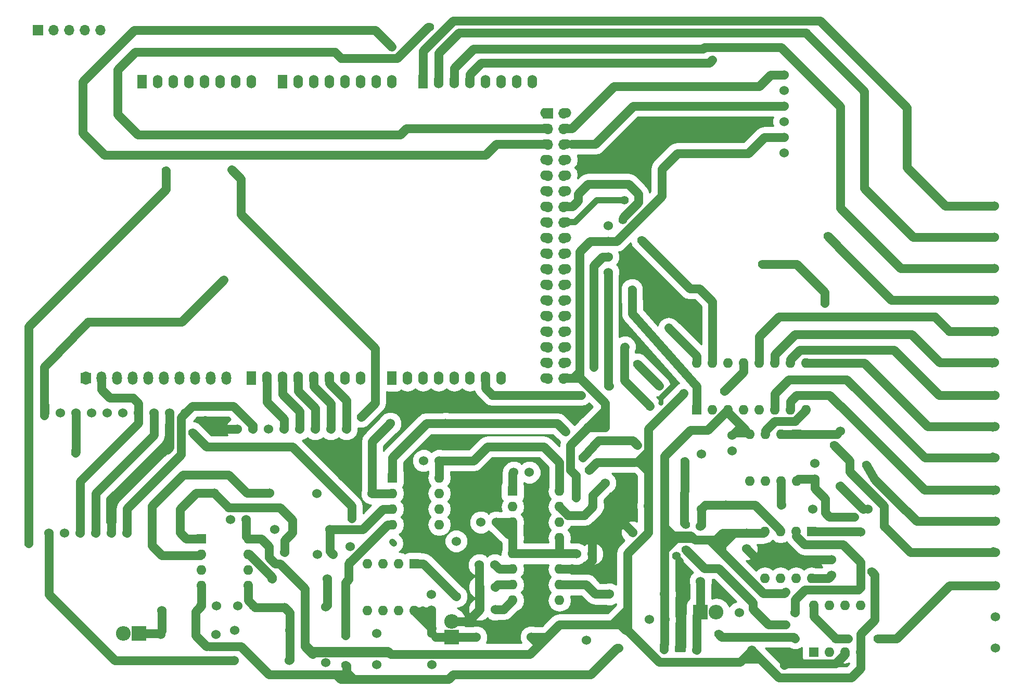
<source format=gbr>
G04 #@! TF.FileFunction,Copper,L2,Bot,Signal*
%FSLAX46Y46*%
G04 Gerber Fmt 4.6, Leading zero omitted, Abs format (unit mm)*
G04 Created by KiCad (PCBNEW 4.0.7) date 06/05/18 15:50:16*
%MOMM*%
%LPD*%
G01*
G04 APERTURE LIST*
%ADD10C,0.100000*%
%ADD11C,1.524000*%
%ADD12O,1.524000X2.199640*%
%ADD13O,1.524000X2.197100*%
%ADD14O,1.998980X1.539240*%
%ADD15O,1.998980X1.536700*%
%ADD16R,1.700000X1.700000*%
%ADD17O,1.700000X1.700000*%
%ADD18R,1.524000X2.199640*%
%ADD19R,2.400000X2.400000*%
%ADD20O,2.400000X2.400000*%
%ADD21R,1.600000X1.600000*%
%ADD22O,1.600000X1.600000*%
%ADD23C,0.600000*%
%ADD24C,1.400000*%
%ADD25C,0.800000*%
%ADD26C,1.000000*%
%ADD27C,1.400000*%
%ADD28C,0.800000*%
%ADD29C,0.254000*%
G04 APERTURE END LIST*
D10*
D11*
X146862800Y-85170100D03*
X146862800Y-87710100D03*
X146862800Y-90250100D03*
X146862800Y-92790100D03*
D12*
X71019200Y-61748800D03*
X73559200Y-61748800D03*
X76099200Y-61748800D03*
X78639200Y-61748800D03*
X81179200Y-61748800D03*
X83719200Y-61748800D03*
X86259200Y-61748800D03*
X88799200Y-61748800D03*
X93879200Y-61748800D03*
X96419200Y-61748800D03*
X98959200Y-61748800D03*
X101499200Y-61748800D03*
X104039200Y-61748800D03*
X106579200Y-61748800D03*
X109119200Y-61748800D03*
X111659200Y-61748800D03*
X116739200Y-61748800D03*
X119279200Y-61748800D03*
X121819200Y-61748800D03*
D13*
X124359200Y-61748800D03*
X126899200Y-61748800D03*
X129439200Y-61748800D03*
X131979200Y-61748800D03*
X134519200Y-61748800D03*
D14*
X136810280Y-66828800D03*
X136810280Y-69368800D03*
X136810280Y-71908800D03*
X136810280Y-74448800D03*
X136810280Y-76988800D03*
X136810280Y-79528800D03*
X136810280Y-82068800D03*
X136810280Y-84608800D03*
X136810280Y-87148800D03*
X136810280Y-89688800D03*
X136810280Y-92228800D03*
X136810280Y-94768800D03*
X136810280Y-97308800D03*
X136810280Y-99848800D03*
X136810280Y-102388800D03*
X136810280Y-104928800D03*
X136810280Y-107468800D03*
X136810280Y-110008800D03*
D15*
X139845580Y-66828800D03*
X139845580Y-69368800D03*
X139845580Y-71908800D03*
X139845580Y-74448800D03*
X139845580Y-76988800D03*
X139845580Y-79528800D03*
X139845580Y-82068800D03*
X139845580Y-84608800D03*
X139845580Y-87148800D03*
X139845580Y-89688800D03*
X139845580Y-92228800D03*
X139845580Y-94768800D03*
X139845580Y-97308800D03*
X139845580Y-99848800D03*
X139845580Y-102388800D03*
X139845580Y-104928800D03*
X139845580Y-107468800D03*
X139845580Y-110008800D03*
D13*
X129439200Y-110008800D03*
X126899200Y-110008800D03*
X124359200Y-110008800D03*
X121819200Y-110008800D03*
X119279200Y-110008800D03*
X116739200Y-110008800D03*
X114199200Y-110008800D03*
X111659200Y-110008800D03*
X106579200Y-110008800D03*
X104039200Y-110008800D03*
X101499200Y-110008800D03*
X98959200Y-110008800D03*
X96419200Y-110008800D03*
X93879200Y-110008800D03*
X91339200Y-110008800D03*
X88799200Y-110008800D03*
X84735200Y-110008800D03*
X82195200Y-110008800D03*
X79655200Y-110008800D03*
X77115200Y-110008800D03*
X74575200Y-110008800D03*
X72035200Y-110008800D03*
X69495200Y-110008800D03*
X66955200Y-110008800D03*
X64415200Y-110008800D03*
X61875200Y-110008800D03*
D11*
X55231540Y-115721640D03*
X57771540Y-115721640D03*
X60311540Y-115721640D03*
X62851540Y-115721640D03*
X65391540Y-115721640D03*
X67931540Y-115721640D03*
X70471540Y-115721640D03*
X73011540Y-115721640D03*
X75551540Y-115721640D03*
X78091540Y-115721640D03*
D16*
X61870000Y-109970000D03*
D17*
X64410000Y-109970000D03*
X66950000Y-109970000D03*
X69490000Y-109970000D03*
X72030000Y-109970000D03*
X74570000Y-109970000D03*
X77110000Y-109970000D03*
X79650000Y-109970000D03*
X82190000Y-109970000D03*
X84730000Y-109970000D03*
D18*
X88809200Y-109998800D03*
D12*
X91349200Y-109998800D03*
X93889200Y-109998800D03*
X96429200Y-109998800D03*
X98969200Y-109998800D03*
X101509200Y-109998800D03*
X104049200Y-109998800D03*
X106589200Y-109998800D03*
D18*
X111669200Y-110008800D03*
D12*
X114209200Y-110008800D03*
X116749200Y-110008800D03*
X119289200Y-110008800D03*
X121829200Y-110008800D03*
X124369200Y-110008800D03*
X126909200Y-110008800D03*
X129449200Y-110008800D03*
D16*
X137079200Y-66898800D03*
D17*
X139619200Y-66898800D03*
X137079200Y-69438800D03*
X139619200Y-69438800D03*
X137079200Y-71978800D03*
X139619200Y-71978800D03*
X137079200Y-74518800D03*
X139619200Y-74518800D03*
X137079200Y-77058800D03*
X139619200Y-77058800D03*
X137079200Y-79598800D03*
X139619200Y-79598800D03*
X137079200Y-82138800D03*
X139619200Y-82138800D03*
X137079200Y-84678800D03*
X139619200Y-84678800D03*
X137079200Y-87218800D03*
X139619200Y-87218800D03*
X137079200Y-89758800D03*
X139619200Y-89758800D03*
X137079200Y-92298800D03*
X139619200Y-92298800D03*
X137079200Y-94838800D03*
X139619200Y-94838800D03*
X137079200Y-97378800D03*
X139619200Y-97378800D03*
X137079200Y-99918800D03*
X139619200Y-99918800D03*
X137079200Y-102458800D03*
X139619200Y-102458800D03*
X137079200Y-104998800D03*
X139619200Y-104998800D03*
X137079200Y-107538800D03*
X139619200Y-107538800D03*
X137079200Y-110078800D03*
X139619200Y-110078800D03*
D18*
X93879200Y-61748800D03*
D12*
X96419200Y-61748800D03*
X98959200Y-61748800D03*
X101499200Y-61748800D03*
X104039200Y-61748800D03*
X106579200Y-61748800D03*
X109119200Y-61748800D03*
X111659200Y-61748800D03*
D18*
X116739200Y-61748800D03*
D12*
X119279200Y-61748800D03*
X121819200Y-61748800D03*
X124359200Y-61748800D03*
X126899200Y-61748800D03*
X129439200Y-61748800D03*
X131979200Y-61748800D03*
X134519200Y-61748800D03*
D18*
X71019200Y-61748800D03*
D12*
X73559200Y-61748800D03*
X76099200Y-61748800D03*
X78639200Y-61748800D03*
X81179200Y-61748800D03*
X83719200Y-61748800D03*
X86259200Y-61748800D03*
X88799200Y-61748800D03*
D11*
X86500000Y-118310000D03*
X89040000Y-118310000D03*
X91580000Y-118310000D03*
X94120000Y-118310000D03*
X96660000Y-118310000D03*
X99200000Y-118310000D03*
X101740000Y-118310000D03*
X104280000Y-118310000D03*
D19*
X161890000Y-148090000D03*
D20*
X164430000Y-148090000D03*
D19*
X70520000Y-151550000D03*
D20*
X67980000Y-151550000D03*
D19*
X121412000Y-152146000D03*
D20*
X121412000Y-149606000D03*
D11*
X209690000Y-81960000D03*
X209690000Y-87040000D03*
X209690000Y-92120000D03*
X209740000Y-97280000D03*
X209740000Y-102360000D03*
X209740000Y-107440000D03*
X209800000Y-112810000D03*
X209800000Y-117890000D03*
X209800000Y-122970000D03*
X209850000Y-128230000D03*
X209850000Y-133310000D03*
X209850000Y-138390000D03*
X161900000Y-134110000D03*
X161900000Y-143110000D03*
X162010000Y-122370000D03*
X162010000Y-131370000D03*
X177240000Y-148190000D03*
X168240000Y-148190000D03*
X187990000Y-135110000D03*
X187990000Y-144110000D03*
X83040000Y-151730000D03*
X74040000Y-151730000D03*
X74220000Y-138860000D03*
X74220000Y-147860000D03*
X82788000Y-128738000D03*
X91788000Y-128738000D03*
X95012000Y-155996000D03*
X86012000Y-155996000D03*
X86090000Y-151090000D03*
X95090000Y-151090000D03*
X94194000Y-147336000D03*
X94194000Y-138336000D03*
X100878000Y-147304000D03*
X100878000Y-156304000D03*
X92186000Y-142708000D03*
X101186000Y-142708000D03*
X101616000Y-134660000D03*
X92616000Y-134660000D03*
X108474000Y-128818000D03*
X99474000Y-128818000D03*
X120412000Y-117388000D03*
X111412000Y-117388000D03*
X134382000Y-152186000D03*
X125382000Y-152186000D03*
X109204000Y-151598000D03*
X118204000Y-151598000D03*
X109204000Y-156678000D03*
X118204000Y-156678000D03*
X122134000Y-145558000D03*
X122134000Y-136558000D03*
D21*
X161290000Y-115189000D03*
D22*
X179070000Y-107569000D03*
X163830000Y-115189000D03*
X176530000Y-107569000D03*
X166370000Y-115189000D03*
X173990000Y-107569000D03*
X168910000Y-115189000D03*
X171450000Y-107569000D03*
X171450000Y-115189000D03*
X168910000Y-107569000D03*
X173990000Y-115189000D03*
X166370000Y-107569000D03*
X176530000Y-115189000D03*
X163830000Y-107569000D03*
X179070000Y-115189000D03*
X161290000Y-107569000D03*
D21*
X131318000Y-128422400D03*
D22*
X138938000Y-146202400D03*
X131318000Y-130962400D03*
X138938000Y-143662400D03*
X131318000Y-133502400D03*
X138938000Y-141122400D03*
X131318000Y-136042400D03*
X138938000Y-138582400D03*
X131318000Y-138582400D03*
X138938000Y-136042400D03*
X131318000Y-141122400D03*
X138938000Y-133502400D03*
X131318000Y-143662400D03*
X138938000Y-130962400D03*
X131318000Y-146202400D03*
X138938000Y-128422400D03*
D11*
X131495800Y-125361700D03*
X134035800Y-125361700D03*
X128689100Y-133489700D03*
X126149100Y-133489700D03*
X128460500Y-140423900D03*
X125920500Y-140423900D03*
X128498600Y-144043400D03*
X125958600Y-144043400D03*
X128498600Y-147662900D03*
X125958600Y-147662900D03*
X167015160Y-121899680D03*
X167015160Y-119359680D03*
X180512720Y-123936760D03*
X180512720Y-126476760D03*
X141696440Y-138623040D03*
X144236440Y-138623040D03*
X156083000Y-149326600D03*
X153543000Y-149326600D03*
X153377900Y-135128000D03*
X150837900Y-135128000D03*
X183170000Y-139570000D03*
X183170000Y-142110000D03*
X169370000Y-137800000D03*
X169370000Y-135260000D03*
X83167540Y-147136000D03*
X80627540Y-147136000D03*
X85420520Y-133079640D03*
X87960520Y-133079640D03*
X86614000Y-147066000D03*
X89154000Y-147066000D03*
X99568000Y-138684000D03*
X102108000Y-138684000D03*
X116840000Y-123444000D03*
X119380000Y-123444000D03*
X104902000Y-137414000D03*
X104902000Y-139954000D03*
X118061740Y-145272760D03*
X118061740Y-147812760D03*
X153381200Y-130811900D03*
X144381200Y-130811900D03*
X147062700Y-145184500D03*
X156062700Y-145184500D03*
X146344000Y-118094000D03*
X146344000Y-127094000D03*
X143318860Y-143717520D03*
X143318860Y-152717520D03*
X184656100Y-127625600D03*
X184656100Y-118625600D03*
X189160000Y-131330000D03*
X180160000Y-131330000D03*
X161260000Y-154330000D03*
X170260000Y-154330000D03*
X166049200Y-130706500D03*
X175049200Y-130706500D03*
D21*
X177535840Y-119146320D03*
D22*
X169915840Y-126766320D03*
X174995840Y-119146320D03*
X172455840Y-126766320D03*
X172455840Y-119146320D03*
X174995840Y-126766320D03*
X169915840Y-119146320D03*
X177535840Y-126766320D03*
D21*
X180000000Y-135000000D03*
D22*
X172380000Y-142620000D03*
X177460000Y-135000000D03*
X174920000Y-142620000D03*
X174920000Y-135000000D03*
X177460000Y-142620000D03*
X172380000Y-135000000D03*
X180000000Y-142620000D03*
D21*
X80637700Y-136168280D03*
D22*
X88257700Y-143788280D03*
X80637700Y-138708280D03*
X88257700Y-141248280D03*
X80637700Y-141248280D03*
X88257700Y-138708280D03*
X80637700Y-143788280D03*
X88257700Y-136168280D03*
D21*
X111760000Y-126238000D03*
D22*
X119380000Y-133858000D03*
X111760000Y-128778000D03*
X119380000Y-131318000D03*
X111760000Y-131318000D03*
X119380000Y-128778000D03*
X111760000Y-133858000D03*
X119380000Y-126238000D03*
D21*
X115316000Y-140208000D03*
D22*
X107696000Y-147828000D03*
X112776000Y-140208000D03*
X110236000Y-147828000D03*
X110236000Y-140208000D03*
X112776000Y-147828000D03*
X107696000Y-140208000D03*
X115316000Y-147828000D03*
D11*
X55840000Y-135261100D03*
X58380000Y-135261100D03*
X60920000Y-135261100D03*
X63460000Y-135261100D03*
X66000000Y-135261100D03*
X68540000Y-135261100D03*
D21*
X180319680Y-154614880D03*
D22*
X187939680Y-146994880D03*
X182859680Y-154614880D03*
X185399680Y-146994880D03*
X185399680Y-154614880D03*
X182859680Y-146994880D03*
X187939680Y-154614880D03*
X180319680Y-146994880D03*
D11*
X209850000Y-143770000D03*
X209850000Y-148850000D03*
X209850000Y-153930000D03*
X175474000Y-60626000D03*
X175474000Y-63166000D03*
X175474000Y-65706000D03*
X175474000Y-68246000D03*
X175474000Y-70786000D03*
X175474000Y-73326000D03*
D16*
X54102000Y-53340000D03*
D17*
X56642000Y-53340000D03*
X59182000Y-53340000D03*
X61722000Y-53340000D03*
X64262000Y-53340000D03*
D23*
X85600000Y-76070000D03*
D24*
X106680000Y-116332000D03*
X141599920Y-129473960D03*
X52578000Y-136906000D03*
X164846000Y-151638000D03*
X177292000Y-152400000D03*
X74930000Y-76200000D03*
X182626000Y-86868000D03*
X163830000Y-58166000D03*
X117856000Y-52832000D03*
X111683800Y-56134000D03*
X149260000Y-84270000D03*
X152270000Y-87560000D03*
D23*
X156710000Y-101840000D03*
D24*
X149500000Y-81080000D03*
X150760000Y-95590000D03*
X175768000Y-150114000D03*
X159512000Y-137922000D03*
X159512000Y-133858000D03*
X159340000Y-123580000D03*
X153670000Y-114554000D03*
X149606000Y-104902000D03*
X147066000Y-111252000D03*
D23*
X142494000Y-112776000D03*
X144526000Y-108204000D03*
D25*
X157480000Y-110998000D03*
X155448000Y-114046000D03*
D24*
X157988000Y-138938000D03*
X158750000Y-144272000D03*
X166116000Y-145542000D03*
X103632000Y-125984000D03*
X103886000Y-121158000D03*
X81280000Y-116840000D03*
X175514000Y-156718000D03*
X155702000Y-70866000D03*
X151638000Y-74168000D03*
X148590000Y-153924000D03*
X155956000Y-154178000D03*
X104140000Y-156718000D03*
X104140000Y-151892000D03*
X175768000Y-144780000D03*
X186944000Y-132588000D03*
X189708000Y-141478000D03*
X143764000Y-124968000D03*
X97536000Y-153416000D03*
X165768020Y-112151160D03*
X159174180Y-112486440D03*
X188860000Y-124170000D03*
X182118000Y-97790000D03*
X171958000Y-91440000D03*
D23*
X84328000Y-93980000D03*
D24*
X183642000Y-120904000D03*
X185928000Y-152400000D03*
X190754000Y-152400000D03*
X151638000Y-120904000D03*
X142748000Y-122936000D03*
X60198000Y-122174000D03*
X139954000Y-118744002D03*
X105156000Y-132842000D03*
X79248000Y-118872000D03*
X151638000Y-107696000D03*
X155194000Y-111252000D03*
D26*
X111760000Y-136652000D02*
X112014000Y-136906000D01*
D27*
X87120000Y-77590000D02*
X85600000Y-76070000D01*
X87120000Y-83310000D02*
X87120000Y-77590000D01*
X106680000Y-116332000D02*
X108966000Y-114046000D01*
X108966000Y-114046000D02*
X108966000Y-105156000D01*
X108966000Y-105156000D02*
X87120000Y-83310000D01*
D26*
X78639200Y-61748800D02*
X78888800Y-61748800D01*
D27*
X146344000Y-114554000D02*
X146344000Y-115276000D01*
X146344000Y-115276000D02*
X142748000Y-118872000D01*
X143526000Y-118094000D02*
X144034000Y-118094000D01*
X144034000Y-118094000D02*
X146344000Y-115784000D01*
X144526000Y-118094000D02*
X143526000Y-118094000D01*
X140716000Y-120904000D02*
X142748000Y-118872000D01*
X142748000Y-118872000D02*
X143663160Y-117956840D01*
X143663160Y-117956840D02*
X143526000Y-117956840D01*
X141599920Y-129473960D02*
X141599920Y-125862080D01*
X140716000Y-124978160D02*
X140716000Y-121158000D01*
X141599920Y-125862080D02*
X140716000Y-124978160D01*
X140716000Y-121158000D02*
X140716000Y-120904000D01*
X143526000Y-118094000D02*
X143526000Y-117956840D01*
X144526000Y-118094000D02*
X144526000Y-117602000D01*
X144526000Y-117602000D02*
X146344000Y-115784000D01*
X146344000Y-118094000D02*
X146344000Y-115784000D01*
X146344000Y-115784000D02*
X146344000Y-114554000D01*
X146344000Y-114554000D02*
X146344000Y-114086000D01*
X146344000Y-114086000D02*
X142214600Y-109956600D01*
X146344000Y-118094000D02*
X144526000Y-118094000D01*
X89040000Y-118310000D02*
X89040000Y-117742000D01*
X89040000Y-117742000D02*
X85852000Y-114554000D01*
X85852000Y-114554000D02*
X79259180Y-114554000D01*
X79259180Y-114554000D02*
X78091540Y-115721640D01*
X77380000Y-117094000D02*
X77380000Y-116433180D01*
X77380000Y-116433180D02*
X78091540Y-115721640D01*
X52578000Y-136906000D02*
X52578000Y-101640640D01*
X52578000Y-101640640D02*
X53086000Y-101132640D01*
X165354000Y-152146000D02*
X164846000Y-151638000D01*
X177038000Y-152146000D02*
X165354000Y-152146000D01*
X177292000Y-152400000D02*
X177038000Y-152146000D01*
X74930000Y-76200000D02*
X74930000Y-79288640D01*
X74930000Y-79288640D02*
X74696320Y-79522320D01*
X175474000Y-70786000D02*
X172292000Y-70786000D01*
X169672000Y-73406000D02*
X158106760Y-73406000D01*
X172292000Y-70786000D02*
X169672000Y-73406000D01*
X146862800Y-87710100D02*
X143937900Y-87710100D01*
D26*
X142240000Y-92964000D02*
X142214600Y-92964000D01*
D27*
X142240000Y-89408000D02*
X142240000Y-92964000D01*
X143937900Y-87710100D02*
X142240000Y-89408000D01*
X142214600Y-108737400D02*
X142214600Y-109956600D01*
X142214600Y-109956600D02*
X142214600Y-110008800D01*
D26*
X139599200Y-110008800D02*
X140943200Y-110008800D01*
X140943200Y-110008800D02*
X142214600Y-108737400D01*
D27*
X53086000Y-101132640D02*
X74696320Y-79522320D01*
D26*
X116590000Y-147828000D02*
X116668000Y-147828000D01*
D27*
X116668000Y-147828000D02*
X118061740Y-149221740D01*
D26*
X118204000Y-151598000D02*
X118204000Y-150716000D01*
D27*
X118204000Y-150716000D02*
X115316000Y-147828000D01*
X68540000Y-135261100D02*
X68540000Y-131300000D01*
X68540000Y-131300000D02*
X77380000Y-122460000D01*
X77380000Y-122460000D02*
X77380000Y-117094000D01*
X77380000Y-117094000D02*
X77380000Y-116433180D01*
D26*
X77380000Y-116433180D02*
X78091540Y-115721640D01*
D27*
X155569920Y-80355440D02*
X155569920Y-75942840D01*
X148215260Y-87710100D02*
X155569920Y-80355440D01*
X148215260Y-87710100D02*
X146862800Y-87710100D01*
X155569920Y-75942840D02*
X158106760Y-73406000D01*
X118061740Y-147812760D02*
X118061740Y-149221740D01*
X118061740Y-149221740D02*
X118061740Y-151455740D01*
D26*
X118061740Y-151455740D02*
X118204000Y-151598000D01*
X115316000Y-147828000D02*
X116590000Y-147828000D01*
X116590000Y-147828000D02*
X118046500Y-147828000D01*
X118046500Y-147828000D02*
X118061740Y-147812760D01*
D27*
X138938000Y-138582400D02*
X131318000Y-138582400D01*
D26*
X89040000Y-118310000D02*
X89040000Y-117870000D01*
D27*
X142214600Y-108737400D02*
X142214600Y-92964000D01*
X142214600Y-110008800D02*
X139599200Y-110008800D01*
X138938000Y-138582400D02*
X138938000Y-136042400D01*
X138938000Y-138582400D02*
X141655800Y-138582400D01*
D26*
X141655800Y-138582400D02*
X141696440Y-138623040D01*
D27*
X131318000Y-136042400D02*
X131318000Y-138582400D01*
D26*
X130705860Y-135506460D02*
X130705860Y-134393940D01*
D27*
X130705860Y-134393940D02*
X129801620Y-133489700D01*
D26*
X131318000Y-136042400D02*
X131241800Y-136042400D01*
X131241800Y-136042400D02*
X130705860Y-135506460D01*
D27*
X130705860Y-135506460D02*
X128689100Y-133489700D01*
X131318000Y-136042400D02*
X131318000Y-133502400D01*
X128689100Y-133489700D02*
X129801620Y-133489700D01*
X129801620Y-133489700D02*
X131305300Y-133489700D01*
D26*
X131305300Y-133489700D02*
X131318000Y-133502400D01*
D27*
X121412000Y-152146000D02*
X118752000Y-152146000D01*
D26*
X118752000Y-152146000D02*
X118204000Y-151598000D01*
D27*
X125382000Y-152186000D02*
X121452000Y-152186000D01*
D26*
X121452000Y-152186000D02*
X121412000Y-152146000D01*
D27*
X195491600Y-69596500D02*
X195491600Y-65951600D01*
X181356000Y-51816000D02*
X173482000Y-51816000D01*
X195491600Y-65951600D02*
X181356000Y-51816000D01*
X116739200Y-61748800D02*
X116739200Y-56742800D01*
X116739200Y-56742800D02*
X121666000Y-51816000D01*
X121666000Y-51816000D02*
X173482000Y-51816000D01*
X209690000Y-81960000D02*
X201760000Y-81960000D01*
D26*
X195520000Y-75380000D02*
X195491600Y-75380000D01*
X195520000Y-75720000D02*
X195520000Y-75380000D01*
D27*
X201760000Y-81960000D02*
X195520000Y-75720000D01*
X195491600Y-69596500D02*
X195491600Y-75380000D01*
D26*
X195491600Y-75380000D02*
X195880000Y-76080000D01*
D27*
X178054000Y-53809900D02*
X179031900Y-53809900D01*
X188560000Y-79086000D02*
X196514000Y-87040000D01*
X188560000Y-63338000D02*
X188560000Y-79086000D01*
X179031900Y-53809900D02*
X188560000Y-63338000D01*
X172212000Y-53809900D02*
X178054000Y-53809900D01*
X209690000Y-87040000D02*
X196514000Y-87040000D01*
X119279200Y-57085700D02*
X122555000Y-53809900D01*
X119279200Y-57085700D02*
X119279200Y-61748800D01*
X122555000Y-53809900D02*
X172212000Y-53809900D01*
D26*
X209397450Y-87332550D02*
X209690000Y-87040000D01*
D27*
X121819200Y-61748800D02*
X121819200Y-59536800D01*
X121819200Y-59536800D02*
X124968000Y-56388000D01*
X124968000Y-56388000D02*
X162306000Y-56388000D01*
X162306000Y-56388000D02*
X162560000Y-56134000D01*
X173482000Y-56134000D02*
X174998000Y-56134000D01*
X174998000Y-56134000D02*
X184650000Y-65786000D01*
X121819200Y-61748800D02*
X121819200Y-59536800D01*
X162560000Y-56134000D02*
X173482000Y-56134000D01*
X209690000Y-92120000D02*
X194450000Y-92120000D01*
X194450000Y-92120000D02*
X184650000Y-82320000D01*
X184650000Y-82320000D02*
X184650000Y-65786000D01*
D26*
X209373300Y-92436700D02*
X209690000Y-92120000D01*
D27*
X124359200Y-61748800D02*
X124359200Y-60552800D01*
X124359200Y-60552800D02*
X126238000Y-58674000D01*
X126238000Y-58674000D02*
X163322000Y-58674000D01*
X163322000Y-58674000D02*
X163830000Y-58166000D01*
X124359200Y-61748800D02*
X124359200Y-60552800D01*
D26*
X184223000Y-88573000D02*
X184223000Y-88465000D01*
D27*
X192930000Y-97280000D02*
X184223000Y-88573000D01*
X209740000Y-97280000D02*
X192930000Y-97280000D01*
X184223000Y-88465000D02*
X182626000Y-86868000D01*
D26*
X124359200Y-61748800D02*
X124359200Y-61568800D01*
X209595260Y-97424740D02*
X209740000Y-97280000D01*
D27*
X137059200Y-69368800D02*
X114019200Y-69368800D01*
X114019200Y-69368800D02*
X113030000Y-70358000D01*
X113030000Y-70358000D02*
X70358000Y-70358000D01*
X70358000Y-70358000D02*
X67056000Y-67056000D01*
X67056000Y-67056000D02*
X67056000Y-59778900D01*
X102406450Y-56940450D02*
X103378000Y-57912000D01*
D26*
X117856000Y-52832000D02*
X117602000Y-52832000D01*
D27*
X103378000Y-57912000D02*
X112522000Y-57912000D01*
X117602000Y-52832000D02*
X112522000Y-57912000D01*
X69894450Y-56940450D02*
X102406450Y-56940450D01*
X69894450Y-56940450D02*
X67056000Y-59778900D01*
D26*
X111683800Y-56134000D02*
X111683800Y-56057800D01*
D27*
X108966000Y-53340000D02*
X103124000Y-53340000D01*
X111683800Y-56057800D02*
X108966000Y-53340000D01*
X103124000Y-53340000D02*
X69773800Y-53340000D01*
X69773800Y-53340000D02*
X66725800Y-56388000D01*
X66725800Y-56388000D02*
X61391800Y-61722000D01*
X61391800Y-61722000D02*
X61391800Y-70104000D01*
X61391800Y-70104000D02*
X64947800Y-73660000D01*
X64947800Y-73660000D02*
X126923800Y-73660000D01*
X126923800Y-73660000D02*
X128675000Y-71908800D01*
X128675000Y-71908800D02*
X137059200Y-71908800D01*
X139599200Y-69368800D02*
X140943200Y-69368800D01*
X140943200Y-69368800D02*
X142494000Y-67818000D01*
X175474000Y-60626000D02*
X173308000Y-60626000D01*
X173308000Y-60626000D02*
X171450000Y-62484000D01*
X171450000Y-62484000D02*
X147828000Y-62484000D01*
D26*
X173308000Y-60626000D02*
X171450000Y-62484000D01*
D27*
X147828000Y-62484000D02*
X142494000Y-67818000D01*
X142494000Y-67818000D02*
X140943200Y-69368800D01*
D26*
X139659200Y-69428800D02*
X139599200Y-69368800D01*
X139899200Y-69668800D02*
X139599200Y-69368800D01*
X139599200Y-71908800D02*
X140943200Y-71908800D01*
D27*
X150956000Y-65706000D02*
X144780000Y-71882000D01*
X144780000Y-71882000D02*
X140970000Y-71882000D01*
X150956000Y-65706000D02*
X175474000Y-65706000D01*
D26*
X140943200Y-71908800D02*
X140970000Y-71882000D01*
X139619200Y-71978800D02*
X139599200Y-71908800D01*
D27*
X163830000Y-107569000D02*
X163830000Y-106426000D01*
X141990000Y-80020000D02*
X141990000Y-81140000D01*
X163830000Y-106426000D02*
X163830000Y-97560000D01*
X141061200Y-82068800D02*
X139599200Y-82068800D01*
X141990000Y-81140000D02*
X141061200Y-82068800D01*
X143610000Y-78400000D02*
X141990000Y-80020000D01*
X150150000Y-78400000D02*
X143610000Y-78400000D01*
X151770000Y-80020000D02*
X150150000Y-78400000D01*
X151770000Y-81420000D02*
X151770000Y-80020000D01*
X149370000Y-83820000D02*
X151770000Y-81420000D01*
D26*
X149370000Y-84160000D02*
X149370000Y-83820000D01*
X149260000Y-84270000D02*
X149370000Y-84160000D01*
D27*
X160150000Y-95440000D02*
X152270000Y-87560000D01*
X161710000Y-95440000D02*
X160150000Y-95440000D01*
X163830000Y-97560000D02*
X161710000Y-95440000D01*
X161290000Y-107569000D02*
X161290000Y-106420000D01*
D26*
X139599200Y-84608800D02*
X141471200Y-84608800D01*
D27*
X156710000Y-101840000D02*
X161290000Y-106420000D01*
D26*
X145000000Y-81080000D02*
X149500000Y-81080000D01*
X141471200Y-84608800D02*
X145000000Y-81080000D01*
D27*
X161290000Y-115189000D02*
X161290000Y-111333280D01*
X150800000Y-99520000D02*
X150760000Y-95590000D01*
D26*
X150800000Y-99520000D02*
X150800000Y-99520000D01*
D27*
X161290000Y-111333280D02*
X150800000Y-99520000D01*
X175768000Y-150114000D02*
X172974000Y-150114000D01*
X162560000Y-140970000D02*
X159512000Y-137922000D01*
X164846000Y-140970000D02*
X162560000Y-140970000D01*
X170434000Y-146558000D02*
X164846000Y-140970000D01*
X170434000Y-147574000D02*
X170434000Y-146558000D01*
X172974000Y-150114000D02*
X170434000Y-147574000D01*
D26*
X159512000Y-133858000D02*
X159258000Y-133604000D01*
D27*
X159258000Y-133604000D02*
X159340000Y-123580000D01*
X149606000Y-104902000D02*
X149479000Y-105029000D01*
X149479000Y-105029000D02*
X149479000Y-110363000D01*
X149479000Y-110363000D02*
X153670000Y-114554000D01*
X147066000Y-111252000D02*
X146862800Y-111252000D01*
X146862800Y-92790100D02*
X146862800Y-111252000D01*
X63460000Y-135261100D02*
X63460000Y-128820000D01*
X73011540Y-119268460D02*
X73011540Y-115721640D01*
X63460000Y-128820000D02*
X73011540Y-119268460D01*
X64415200Y-110008800D02*
X64415200Y-111913200D01*
X64415200Y-111913200D02*
X65772000Y-113270000D01*
X65772000Y-113270000D02*
X69582000Y-113270000D01*
X69582000Y-113270000D02*
X70471540Y-114159540D01*
X70471540Y-114159540D02*
X70471540Y-115721640D01*
X144526000Y-92456000D02*
X144526000Y-91694000D01*
X145969900Y-90250100D02*
X146862800Y-90250100D01*
X144526000Y-91694000D02*
X145969900Y-90250100D01*
X130048000Y-112776000D02*
X128016000Y-112776000D01*
X126899200Y-111659200D02*
X126899200Y-110008800D01*
X128016000Y-112776000D02*
X126899200Y-111659200D01*
X130048000Y-112776000D02*
X142494000Y-112776000D01*
X144526000Y-108204000D02*
X144526000Y-92456000D01*
D26*
X146731900Y-90250100D02*
X146862800Y-90250100D01*
X126899200Y-110008800D02*
X126899200Y-110135200D01*
X146862800Y-90250100D02*
X146731900Y-90250100D01*
D27*
X60920000Y-135261100D02*
X60920000Y-126840000D01*
X70471540Y-117288460D02*
X70471540Y-115721640D01*
X60920000Y-126840000D02*
X70471540Y-117288460D01*
D26*
X70471540Y-115721640D02*
X70471540Y-115511540D01*
X146862800Y-90250100D02*
X146681100Y-90250100D01*
D27*
X101740000Y-118310000D02*
X101740000Y-114186000D01*
X101740000Y-114186000D02*
X98959200Y-111405200D01*
X98959200Y-111405200D02*
X98959200Y-110008800D01*
X99200000Y-118310000D02*
X99200000Y-114948000D01*
X99200000Y-114948000D02*
X96419200Y-112167200D01*
X96419200Y-112167200D02*
X96419200Y-110008800D01*
X96660000Y-118310000D02*
X96660000Y-115456000D01*
X96660000Y-115456000D02*
X93879200Y-112675200D01*
X93879200Y-112675200D02*
X93879200Y-110008800D01*
X94120000Y-118310000D02*
X94120000Y-116726000D01*
X94120000Y-116726000D02*
X91339200Y-113945200D01*
X91339200Y-113945200D02*
X91339200Y-110008800D01*
D28*
X157480000Y-110998000D02*
X155448000Y-113030000D01*
X155448000Y-113030000D02*
X155448000Y-114046000D01*
D27*
X75551540Y-115721640D02*
X75551540Y-120536460D01*
X75551540Y-120536460D02*
X73660000Y-122428000D01*
X73660000Y-122428000D02*
X73660000Y-122100000D01*
D28*
X157988000Y-138938000D02*
X158750000Y-139700000D01*
X158750000Y-139700000D02*
X158750000Y-144272000D01*
D27*
X103632000Y-125984000D02*
X105664000Y-123952000D01*
X105664000Y-123952000D02*
X105664000Y-122936000D01*
X105664000Y-122936000D02*
X103886000Y-121158000D01*
X125958600Y-147662900D02*
X125958600Y-144043400D01*
X86500000Y-118310000D02*
X82750000Y-118310000D01*
X82750000Y-118310000D02*
X81280000Y-116840000D01*
X121412000Y-149606000D02*
X124015500Y-149606000D01*
X124015500Y-149606000D02*
X125958600Y-147662900D01*
X125920500Y-140423900D02*
X125920500Y-147624800D01*
X125920500Y-147624800D02*
X125958600Y-147662900D01*
X138938000Y-141122400D02*
X142849600Y-141122400D01*
X142849600Y-141122400D02*
X144236440Y-139735560D01*
X144236440Y-139735560D02*
X144236440Y-138623040D01*
X150837900Y-135128000D02*
X150837900Y-135089900D01*
X150837900Y-135089900D02*
X149606000Y-133858000D01*
X149606000Y-133858000D02*
X146812000Y-133858000D01*
X146812000Y-133858000D02*
X144236440Y-136433560D01*
X144236440Y-136433560D02*
X144236440Y-138623040D01*
X75551540Y-119888000D02*
X75551540Y-121298460D01*
X75551540Y-121298460D02*
X75184000Y-121666000D01*
X183170000Y-139570000D02*
X171140000Y-139570000D01*
X171140000Y-139570000D02*
X169370000Y-137800000D01*
X185399680Y-154614880D02*
X185399680Y-154960320D01*
X185399680Y-154960320D02*
X183896000Y-156464000D01*
X175768000Y-156464000D02*
X175514000Y-156718000D01*
X183896000Y-156464000D02*
X175768000Y-156464000D01*
D26*
X154940000Y-70866000D02*
X155702000Y-70866000D01*
D27*
X151638000Y-74168000D02*
X154940000Y-70866000D01*
X66000000Y-135261100D02*
X66000000Y-129760000D01*
X75551540Y-120208460D02*
X75551540Y-119888000D01*
X75551540Y-119888000D02*
X75551540Y-115721640D01*
X66000000Y-129760000D02*
X73660000Y-122100000D01*
X73660000Y-122100000D02*
X74676000Y-121084000D01*
D26*
X74676000Y-121084000D02*
X75551540Y-120208460D01*
D27*
X131318000Y-128422400D02*
X131318000Y-125539500D01*
D26*
X131318000Y-125539500D02*
X131495800Y-125361700D01*
D27*
X131318000Y-141122400D02*
X129159000Y-141122400D01*
X129159000Y-141122400D02*
X128460500Y-140423900D01*
X131318000Y-143662400D02*
X128879600Y-143662400D01*
X128879600Y-143662400D02*
X128498600Y-144043400D01*
X128498600Y-147662900D02*
X129857500Y-147662900D01*
X129857500Y-147662900D02*
X131318000Y-146202400D01*
X148590000Y-153924000D02*
X148336000Y-153924000D01*
X148336000Y-153924000D02*
X144018000Y-158242000D01*
X108712000Y-159004000D02*
X103378000Y-159004000D01*
X103378000Y-159004000D02*
X102616000Y-158242000D01*
X107188000Y-159004000D02*
X105410000Y-159004000D01*
X105410000Y-159004000D02*
X104267000Y-157861000D01*
X143002000Y-158242000D02*
X121666000Y-158242000D01*
X120904000Y-159004000D02*
X108712000Y-159004000D01*
X108712000Y-159004000D02*
X107188000Y-159004000D01*
X121666000Y-158242000D02*
X120904000Y-159004000D01*
X144018000Y-158242000D02*
X143002000Y-158242000D01*
X156062700Y-134280000D02*
X156062700Y-153309300D01*
X155956000Y-153416000D02*
X155956000Y-154178000D01*
X156062700Y-153309300D02*
X155956000Y-153416000D01*
X104267000Y-157861000D02*
X104267000Y-156845000D01*
X104267000Y-156845000D02*
X104140000Y-156718000D01*
X104140000Y-151892000D02*
X104140000Y-143256000D01*
X104140000Y-143256000D02*
X104648000Y-142748000D01*
X104648000Y-142748000D02*
X104648000Y-140208000D01*
X104648000Y-140208000D02*
X104902000Y-139954000D01*
X111760000Y-133858000D02*
X110998000Y-133858000D01*
X110998000Y-133858000D02*
X104902000Y-139954000D01*
X158242000Y-135636000D02*
X157418700Y-135636000D01*
X157418700Y-135636000D02*
X156062700Y-134280000D01*
X158242000Y-135636000D02*
X158242000Y-135798000D01*
X158242000Y-135798000D02*
X156062700Y-137977300D01*
X167386000Y-135260000D02*
X172120000Y-135260000D01*
X172120000Y-135260000D02*
X172380000Y-135000000D01*
X167386000Y-135260000D02*
X167254000Y-135260000D01*
X167254000Y-135260000D02*
X165354000Y-137160000D01*
X165354000Y-136398000D02*
X166116000Y-136398000D01*
X166116000Y-136398000D02*
X166370000Y-136144000D01*
X165354000Y-135382000D02*
X165354000Y-136398000D01*
X165354000Y-136398000D02*
X165354000Y-137160000D01*
X165354000Y-137160000D02*
X165354000Y-137922000D01*
X165354000Y-137922000D02*
X165158000Y-138118000D01*
X165158000Y-138118000D02*
X163390000Y-136350000D01*
X160988000Y-136350000D02*
X163390000Y-136350000D01*
X157434000Y-136606000D02*
X157434000Y-136444000D01*
X160274000Y-135636000D02*
X160988000Y-136350000D01*
X158242000Y-135636000D02*
X160274000Y-135636000D01*
X157434000Y-136444000D02*
X158242000Y-135636000D01*
X162306000Y-136350000D02*
X164386000Y-136350000D01*
X164386000Y-136350000D02*
X165354000Y-135382000D01*
X165354000Y-135382000D02*
X165476000Y-135260000D01*
X167640000Y-135260000D02*
X167386000Y-135260000D01*
X167386000Y-135260000D02*
X165476000Y-135260000D01*
X165476000Y-135260000D02*
X164904000Y-135832000D01*
D26*
X165476000Y-135260000D02*
X164904000Y-135832000D01*
D27*
X175514000Y-145034000D02*
X172074000Y-145034000D01*
X172074000Y-145034000D02*
X165158000Y-138118000D01*
X175768000Y-144780000D02*
X175514000Y-145034000D01*
D26*
X82042000Y-153670000D02*
X81534000Y-153670000D01*
D27*
X81534000Y-153670000D02*
X79756000Y-151892000D01*
X87122000Y-153670000D02*
X91694000Y-158242000D01*
X82042000Y-153670000D02*
X87122000Y-153670000D01*
D26*
X165608000Y-135260000D02*
X165476000Y-135260000D01*
X167640000Y-135260000D02*
X165608000Y-135260000D01*
X164084000Y-137044000D02*
X164084000Y-136906000D01*
X164084000Y-136906000D02*
X164084000Y-137044000D01*
D27*
X165158000Y-138118000D02*
X164904000Y-137864000D01*
D26*
X164904000Y-137864000D02*
X164084000Y-137044000D01*
X164084000Y-137044000D02*
X163390000Y-136350000D01*
D27*
X104267000Y-157861000D02*
X103886000Y-158242000D01*
X80637700Y-143788280D02*
X80637700Y-147125840D01*
X80637700Y-147125840D02*
X79756000Y-148007540D01*
X91694000Y-158242000D02*
X102616000Y-158242000D01*
X102616000Y-158242000D02*
X103886000Y-158242000D01*
X79756000Y-148007540D02*
X79756000Y-151892000D01*
D26*
X156062700Y-137977300D02*
X157434000Y-136606000D01*
X157434000Y-136606000D02*
X157690000Y-136350000D01*
X157690000Y-136350000D02*
X157190000Y-136350000D01*
X156062700Y-134280000D02*
X156062700Y-134932700D01*
X156062700Y-134932700D02*
X157190000Y-136060000D01*
X157190000Y-136060000D02*
X157190000Y-136350000D01*
X169370000Y-135260000D02*
X167640000Y-135260000D01*
X156020000Y-135790000D02*
X156062700Y-135747300D01*
X160988000Y-136350000D02*
X156062700Y-136350000D01*
X156062700Y-136350000D02*
X156020000Y-136307300D01*
X156020000Y-136307300D02*
X156020000Y-135790000D01*
X163390000Y-136350000D02*
X162306000Y-136350000D01*
X162306000Y-136350000D02*
X160988000Y-136350000D01*
X169370000Y-135260000D02*
X172120000Y-135260000D01*
X172120000Y-135260000D02*
X172380000Y-135000000D01*
X167015160Y-119359680D02*
X167015160Y-119174260D01*
X167015160Y-119174260D02*
X168479470Y-117709950D01*
X167015160Y-119174260D02*
X167723820Y-118465600D01*
X167723820Y-118465600D02*
X169235120Y-118465600D01*
X166370000Y-115189000D02*
X166370000Y-115600480D01*
D27*
X166370000Y-115600480D02*
X168479470Y-117709950D01*
X168479470Y-117709950D02*
X169235120Y-118465600D01*
D26*
X169235120Y-118465600D02*
X169915840Y-119146320D01*
X169915840Y-119146320D02*
X167228520Y-119146320D01*
X167228520Y-119146320D02*
X167015160Y-119359680D01*
X156062700Y-145184500D02*
X156062700Y-137977300D01*
X156062700Y-137977300D02*
X156062700Y-135747300D01*
X156062700Y-135747300D02*
X156062700Y-134280000D01*
D27*
X156062700Y-134280000D02*
X156062700Y-122727700D01*
X156062700Y-122727700D02*
X160286700Y-118503700D01*
X160286700Y-118503700D02*
X163055300Y-118503700D01*
X163055300Y-118503700D02*
X166370000Y-115189000D01*
D26*
X156062700Y-145184500D02*
X156062700Y-149306300D01*
X156062700Y-149306300D02*
X156083000Y-149326600D01*
D27*
X168899000Y-155691000D02*
X171621000Y-155691000D01*
X162814000Y-156250000D02*
X168340000Y-156250000D01*
X168340000Y-156250000D02*
X168899000Y-155691000D01*
X168899000Y-155691000D02*
X170260000Y-154330000D01*
X186944000Y-132588000D02*
X182880000Y-132588000D01*
X182880000Y-132588000D02*
X182226000Y-131934000D01*
X182226000Y-131934000D02*
X182226000Y-129686000D01*
X97536000Y-145446580D02*
X97536000Y-144272000D01*
X97536000Y-144272000D02*
X93472000Y-140208000D01*
X93472000Y-140208000D02*
X92710000Y-140208000D01*
X92710000Y-140208000D02*
X91694000Y-139192000D01*
X91694000Y-139192000D02*
X91694000Y-137414000D01*
X91694000Y-137414000D02*
X90448280Y-136168280D01*
X90448280Y-136168280D02*
X88257700Y-136168280D01*
X134366000Y-154686000D02*
X134112000Y-154940000D01*
X134112000Y-154940000D02*
X111506000Y-154940000D01*
X111506000Y-154940000D02*
X110998000Y-154432000D01*
X110998000Y-154432000D02*
X98552000Y-154432000D01*
X98552000Y-154432000D02*
X97536000Y-153416000D01*
X147574000Y-150114000D02*
X149098000Y-150114000D01*
X149098000Y-150114000D02*
X151638000Y-152654000D01*
X150000000Y-145288000D02*
X150000000Y-151016000D01*
X147574000Y-150114000D02*
X149098000Y-150114000D01*
X149098000Y-150114000D02*
X150000000Y-151016000D01*
X150000000Y-151016000D02*
X151638000Y-152654000D01*
X151638000Y-152654000D02*
X152146000Y-153162000D01*
X152146000Y-153162000D02*
X152146000Y-153216000D01*
X150000000Y-147066000D02*
X150000000Y-147688000D01*
X150000000Y-147688000D02*
X147574000Y-150114000D01*
X189708000Y-141478000D02*
X190230000Y-142000000D01*
X180000000Y-142620000D02*
X182660000Y-142620000D01*
X182660000Y-142620000D02*
X183170000Y-142110000D01*
X187939680Y-154614880D02*
X187939680Y-157246320D01*
X174680000Y-158750000D02*
X171621000Y-155691000D01*
X171621000Y-155691000D02*
X170260000Y-154330000D01*
X186436000Y-158750000D02*
X174680000Y-158750000D01*
X187939680Y-157246320D02*
X186436000Y-158750000D01*
X153381200Y-120396000D02*
X153381200Y-123259600D01*
X153381200Y-123259600D02*
X153162000Y-123478800D01*
X145034000Y-123698000D02*
X146050000Y-123698000D01*
X143764000Y-124968000D02*
X145034000Y-123698000D01*
X134382000Y-152186000D02*
X135168000Y-152186000D01*
X135636000Y-152654000D02*
X135636000Y-152186000D01*
D26*
X135168000Y-152186000D02*
X135636000Y-152654000D01*
D27*
X135636000Y-152186000D02*
X136866000Y-152186000D01*
X135612000Y-153416000D02*
X134382000Y-152186000D01*
D26*
X135636000Y-153416000D02*
X135612000Y-153416000D01*
X136866000Y-152186000D02*
X135636000Y-153416000D01*
D27*
X119380000Y-123444000D02*
X124968000Y-123444000D01*
X138938000Y-123698000D02*
X138938000Y-125222000D01*
X136398000Y-121158000D02*
X138938000Y-123698000D01*
X127254000Y-121158000D02*
X136398000Y-121158000D01*
X124968000Y-123444000D02*
X127254000Y-121158000D01*
X119380000Y-126238000D02*
X119380000Y-123444000D01*
X151638000Y-123698000D02*
X153381200Y-121954800D01*
D26*
X151130000Y-123698000D02*
X151638000Y-123698000D01*
X151638000Y-123698000D02*
X151892000Y-123698000D01*
D27*
X151892000Y-123698000D02*
X153381200Y-125187200D01*
X138938000Y-128422400D02*
X138938000Y-125222000D01*
D26*
X153162000Y-123444000D02*
X153381200Y-123444000D01*
D27*
X153162000Y-123478800D02*
X153162000Y-123444000D01*
D26*
X153381200Y-123698000D02*
X153162000Y-123478800D01*
X151130000Y-123698000D02*
X153381200Y-123698000D01*
D27*
X146050000Y-123698000D02*
X151130000Y-123698000D01*
X97536000Y-153416000D02*
X97536000Y-153670000D01*
X138938000Y-150114000D02*
X147574000Y-150114000D01*
D26*
X147574000Y-150114000D02*
X150000000Y-150114000D01*
D27*
X134112000Y-154940000D02*
X134366000Y-154686000D01*
X134366000Y-154686000D02*
X138938000Y-150114000D01*
D26*
X98806000Y-154940000D02*
X134112000Y-154940000D01*
D27*
X97536000Y-153670000D02*
X98806000Y-154940000D01*
X87960520Y-133079640D02*
X87960520Y-135871100D01*
X97536000Y-145446580D02*
X97536000Y-153416000D01*
D26*
X149860000Y-148844000D02*
X149860000Y-149098000D01*
D27*
X149860000Y-149098000D02*
X148844000Y-150114000D01*
X149098000Y-150114000D02*
X149098000Y-149606000D01*
X149098000Y-149606000D02*
X149860000Y-148844000D01*
X149860000Y-148844000D02*
X150000000Y-148704000D01*
D26*
X150000000Y-151070000D02*
X149800000Y-151070000D01*
D27*
X149800000Y-151070000D02*
X148844000Y-150114000D01*
X149098000Y-150368000D02*
X149098000Y-150114000D01*
D26*
X148844000Y-150114000D02*
X149098000Y-150368000D01*
X149098000Y-150114000D02*
X150000000Y-150114000D01*
D27*
X180512720Y-126476760D02*
X180512720Y-127972720D01*
X180512720Y-127972720D02*
X182226000Y-129686000D01*
X187939680Y-154614880D02*
X187939680Y-151690320D01*
X190230000Y-149400000D02*
X190230000Y-142000000D01*
X187939680Y-151690320D02*
X190230000Y-149400000D01*
X150000000Y-138505900D02*
X153377900Y-135128000D01*
D26*
X150000000Y-148704000D02*
X150000000Y-147066000D01*
X150000000Y-147066000D02*
X150000000Y-145288000D01*
D27*
X150000000Y-145288000D02*
X150000000Y-138505900D01*
D26*
X150000000Y-151070000D02*
X150000000Y-150114000D01*
X150000000Y-150114000D02*
X150000000Y-148704000D01*
D27*
X155180000Y-156250000D02*
X152146000Y-153216000D01*
X152146000Y-153216000D02*
X150000000Y-151070000D01*
X162814000Y-156250000D02*
X155180000Y-156250000D01*
X180512720Y-126476760D02*
X177825400Y-126476760D01*
D26*
X177825400Y-126476760D02*
X177535840Y-126766320D01*
D27*
X168910000Y-107569000D02*
X168910000Y-109009180D01*
X168910000Y-109009180D02*
X165768020Y-112151160D01*
X159174180Y-112486440D02*
X153381200Y-118279420D01*
X153381200Y-118279420D02*
X153381200Y-120396000D01*
X153381200Y-120396000D02*
X153381200Y-121954800D01*
D26*
X153381200Y-121954800D02*
X153381200Y-123444000D01*
D27*
X153381200Y-123444000D02*
X153381200Y-125187200D01*
X153381200Y-125187200D02*
X153381200Y-130811900D01*
X153381200Y-130811900D02*
X153381200Y-135156700D01*
D26*
X153381200Y-135156700D02*
X153619200Y-134918700D01*
X153619200Y-134918700D02*
X153619200Y-134150100D01*
D27*
X95090000Y-151090000D02*
X95090000Y-155918000D01*
D26*
X95090000Y-155918000D02*
X95012000Y-155996000D01*
D27*
X95090000Y-151090000D02*
X95090000Y-148232000D01*
X95090000Y-148232000D02*
X94194000Y-147336000D01*
X88257700Y-143788280D02*
X88257700Y-146169700D01*
X88257700Y-146169700D02*
X89424000Y-147336000D01*
X89424000Y-147336000D02*
X94194000Y-147336000D01*
X102108000Y-138684000D02*
X101616000Y-138192000D01*
X101616000Y-138192000D02*
X102108000Y-138684000D01*
X101616000Y-134660000D02*
X106894000Y-134660000D01*
X110236000Y-131318000D02*
X111760000Y-131318000D01*
X106894000Y-134660000D02*
X110236000Y-131318000D01*
X101616000Y-134660000D02*
X101616000Y-138192000D01*
D26*
X101616000Y-138192000D02*
X102108000Y-138684000D01*
D27*
X144381200Y-130811900D02*
X144381200Y-129056800D01*
X144381200Y-129056800D02*
X146344000Y-127094000D01*
X144381200Y-130811900D02*
X144381200Y-130954800D01*
X144381200Y-130954800D02*
X143002000Y-132334000D01*
X143002000Y-132334000D02*
X140309600Y-132334000D01*
X140309600Y-132334000D02*
X138938000Y-130962400D01*
D26*
X144520280Y-130672820D02*
X144381200Y-130811900D01*
X144230700Y-130962400D02*
X144381200Y-130811900D01*
D27*
X138938000Y-143662400D02*
X143263740Y-143662400D01*
X143263740Y-143662400D02*
X144785840Y-145184500D01*
X144785840Y-145184500D02*
X147062700Y-145184500D01*
X161900000Y-143110000D02*
X161900000Y-148080000D01*
D26*
X161900000Y-148080000D02*
X161260000Y-148720000D01*
D27*
X161260000Y-148720000D02*
X161260000Y-154330000D01*
X70520000Y-151550000D02*
X73860000Y-151550000D01*
X73860000Y-151550000D02*
X74220000Y-151190000D01*
X74220000Y-151190000D02*
X74220000Y-147860000D01*
X171450000Y-107569000D02*
X171450000Y-103250000D01*
X202330000Y-102360000D02*
X209740000Y-102360000D01*
X200020000Y-100050000D02*
X202330000Y-102360000D01*
X174650000Y-100050000D02*
X200020000Y-100050000D01*
X171450000Y-103250000D02*
X174650000Y-100050000D01*
D26*
X209353440Y-102746560D02*
X209740000Y-102360000D01*
D27*
X173990000Y-107569000D02*
X173990000Y-106172000D01*
X177292000Y-102870000D02*
X196210000Y-102870000D01*
X173990000Y-106172000D02*
X177292000Y-102870000D01*
X200780000Y-107440000D02*
X209740000Y-107440000D01*
X196210000Y-102870000D02*
X200780000Y-107440000D01*
D26*
X209353440Y-107826560D02*
X209740000Y-107440000D01*
X176530000Y-107569000D02*
X176530000Y-106934000D01*
X176530000Y-107569000D02*
X176530000Y-106934000D01*
D27*
X176530000Y-106934000D02*
X178054000Y-105410000D01*
X178054000Y-105410000D02*
X193350000Y-105410000D01*
D26*
X176530000Y-107569000D02*
X176530000Y-106890000D01*
D27*
X193350000Y-105410000D02*
X200750000Y-112810000D01*
X200750000Y-112810000D02*
X209800000Y-112810000D01*
D26*
X209518850Y-113091150D02*
X209800000Y-112810000D01*
D27*
X179070000Y-107569000D02*
X188569000Y-107569000D01*
X198890000Y-117890000D02*
X209800000Y-117890000D01*
X188569000Y-107569000D02*
X198890000Y-117890000D01*
D26*
X209485000Y-118205000D02*
X209800000Y-117890000D01*
D27*
X173990000Y-112522000D02*
X176276000Y-110236000D01*
X185674000Y-110236000D02*
X186690000Y-111252000D01*
X176276000Y-110236000D02*
X185674000Y-110236000D01*
X209800000Y-122970000D02*
X198408000Y-122970000D01*
X173990000Y-112522000D02*
X173990000Y-115189000D01*
X198408000Y-122970000D02*
X186690000Y-111252000D01*
D26*
X209490060Y-122660060D02*
X209800000Y-122970000D01*
D27*
X176530000Y-115189000D02*
X176530000Y-113792000D01*
X184658000Y-114554000D02*
X184658000Y-114528600D01*
X182880000Y-112776000D02*
X184658000Y-114554000D01*
X177546000Y-112776000D02*
X182880000Y-112776000D01*
X176530000Y-113792000D02*
X177546000Y-112776000D01*
X209850000Y-128230000D02*
X198359400Y-128230000D01*
X198359400Y-128230000D02*
X192506600Y-122377200D01*
X184658000Y-114528600D02*
X192506600Y-122377200D01*
D26*
X209511800Y-128568200D02*
X209850000Y-128230000D01*
X195323960Y-131600000D02*
X195420000Y-131600000D01*
D27*
X195323960Y-131569960D02*
X190246000Y-126492000D01*
X190246000Y-126492000D02*
X188860000Y-124170000D01*
D26*
X188860000Y-124170000D02*
X188860000Y-124170000D01*
X195323960Y-131600000D02*
X195323960Y-131569960D01*
D27*
X197130000Y-133310000D02*
X209850000Y-133310000D01*
X195420000Y-131600000D02*
X197130000Y-133310000D01*
X182118000Y-97790000D02*
X182118000Y-96012000D01*
X182118000Y-96012000D02*
X177546000Y-91440000D01*
X177546000Y-91440000D02*
X171958000Y-91440000D01*
X55231540Y-115721640D02*
X55231540Y-114413540D01*
X55231540Y-114413540D02*
X55118000Y-114300000D01*
X209850000Y-138390000D02*
X196048000Y-138390000D01*
X191770000Y-130810000D02*
X186182000Y-125222000D01*
X191770000Y-134112000D02*
X191770000Y-130810000D01*
X196048000Y-138390000D02*
X191770000Y-134112000D01*
X186182000Y-125222000D02*
X186182000Y-123444000D01*
X55118000Y-108204000D02*
X55118000Y-114300000D01*
X55118000Y-114300000D02*
X55118000Y-116078000D01*
X84328000Y-93980000D02*
X77470000Y-100838000D01*
X77470000Y-100838000D02*
X62230000Y-100838000D01*
X62230000Y-100838000D02*
X55118000Y-108204000D01*
X186182000Y-123444000D02*
X183642000Y-120904000D01*
D26*
X186182000Y-125222000D02*
X186182000Y-123444000D01*
X209500000Y-138040000D02*
X209850000Y-138390000D01*
D27*
X185928000Y-152400000D02*
X183896000Y-152400000D01*
X183896000Y-152400000D02*
X180319680Y-148823680D01*
X209850000Y-143770000D02*
X202432000Y-143770000D01*
X180319680Y-148823680D02*
X180319680Y-146994880D01*
X193802000Y-152400000D02*
X190754000Y-152400000D01*
X202432000Y-143770000D02*
X193802000Y-152400000D01*
D26*
X122134000Y-136692000D02*
X122134000Y-136558000D01*
X182859680Y-154452320D02*
X182859680Y-154614880D01*
X182859680Y-154614880D02*
X182859680Y-154452320D01*
D27*
X184656100Y-127625600D02*
X184656100Y-127506100D01*
D26*
X189160000Y-131330000D02*
X188360500Y-131330000D01*
D27*
X188360500Y-131330000D02*
X184656100Y-127625600D01*
X177535840Y-119146320D02*
X184135380Y-119146320D01*
D26*
X184135380Y-119146320D02*
X184656100Y-118625600D01*
D27*
X177535840Y-119146320D02*
X174995840Y-119146320D01*
X166049200Y-130706500D02*
X170776500Y-130706500D01*
X170776500Y-130706500D02*
X174920000Y-134850000D01*
D26*
X174920000Y-134850000D02*
X174920000Y-135000000D01*
D27*
X162010000Y-131370000D02*
X162010000Y-134000000D01*
D26*
X162010000Y-134000000D02*
X161900000Y-134110000D01*
D27*
X166049200Y-130706500D02*
X162673500Y-130706500D01*
X162673500Y-130706500D02*
X162010000Y-131370000D01*
X174995840Y-126766320D02*
X174995840Y-130653140D01*
D26*
X174995840Y-130653140D02*
X175049200Y-130706500D01*
X177460000Y-135000000D02*
X177460000Y-135740000D01*
D27*
X177460000Y-135740000D02*
X178840000Y-137120000D01*
X178840000Y-137120000D02*
X185090000Y-137120000D01*
X185090000Y-137120000D02*
X187990000Y-140020000D01*
X187990000Y-140020000D02*
X187990000Y-144110000D01*
X177240000Y-148190000D02*
X177240000Y-146120000D01*
X178880000Y-144480000D02*
X187620000Y-144480000D01*
X177240000Y-146120000D02*
X178880000Y-144480000D01*
D26*
X187620000Y-144480000D02*
X187990000Y-144110000D01*
D27*
X60311540Y-115721640D02*
X60311540Y-122060460D01*
X60311540Y-122060460D02*
X60198000Y-122174000D01*
X60311540Y-115721640D02*
X60311540Y-121017540D01*
X150876000Y-120142000D02*
X151638000Y-120904000D01*
X145288000Y-120142000D02*
X150876000Y-120142000D01*
X142748000Y-122936000D02*
X145288000Y-120142000D01*
X60311540Y-121017540D02*
X60198000Y-122174000D01*
X180000000Y-135000000D02*
X187880000Y-135000000D01*
D26*
X187880000Y-135000000D02*
X187990000Y-135110000D01*
D27*
X91788000Y-128738000D02*
X88098000Y-128738000D01*
X72644000Y-137284000D02*
X74220000Y-138860000D01*
X72644000Y-130810000D02*
X72644000Y-137284000D01*
X77724000Y-125730000D02*
X72644000Y-130810000D01*
X85090000Y-125730000D02*
X77724000Y-125730000D01*
X88098000Y-128738000D02*
X85090000Y-125730000D01*
X74220000Y-138860000D02*
X80485980Y-138860000D01*
D26*
X80485980Y-138860000D02*
X80637700Y-138708280D01*
D27*
X80637700Y-136168280D02*
X78256280Y-136168280D01*
X78256280Y-136168280D02*
X77216000Y-135128000D01*
X77216000Y-135128000D02*
X77216000Y-131318000D01*
X77216000Y-131318000D02*
X79796000Y-128738000D01*
X94194000Y-138336000D02*
X94194000Y-136438000D01*
X85114000Y-131064000D02*
X82788000Y-128738000D01*
X93472000Y-131064000D02*
X85114000Y-131064000D01*
X95504000Y-133096000D02*
X93472000Y-131064000D01*
X95504000Y-135128000D02*
X95504000Y-133096000D01*
X94194000Y-136438000D02*
X95504000Y-135128000D01*
X82788000Y-128738000D02*
X79796000Y-128738000D01*
X86012000Y-155996000D02*
X66588000Y-155996000D01*
X55840000Y-145248000D02*
X55840000Y-135261100D01*
X66588000Y-155996000D02*
X55840000Y-145248000D01*
X101186000Y-142708000D02*
X101186000Y-146996000D01*
D26*
X101186000Y-146996000D02*
X100878000Y-147304000D01*
D27*
X92186000Y-142708000D02*
X92186000Y-142430036D01*
X92186000Y-142430036D02*
X88360972Y-138605008D01*
X88360972Y-138605008D02*
X88257700Y-138708280D01*
D26*
X88257700Y-138708280D02*
X88257700Y-138779700D01*
X88257700Y-138779700D02*
X92186000Y-142708000D01*
D27*
X108474000Y-128818000D02*
X108474000Y-120326000D01*
X108474000Y-120326000D02*
X111412000Y-117388000D01*
X111760000Y-128778000D02*
X108514000Y-128778000D01*
D26*
X108514000Y-128778000D02*
X108474000Y-128818000D01*
D27*
X138597998Y-117388000D02*
X138176000Y-117388000D01*
X139954000Y-118744002D02*
X138597998Y-117388000D01*
X138176000Y-117388000D02*
X120412000Y-117388000D01*
X111760000Y-126238000D02*
X111760000Y-122936000D01*
X117308000Y-117388000D02*
X120412000Y-117388000D01*
X111760000Y-122936000D02*
X117308000Y-117388000D01*
X105156000Y-130810000D02*
X105156000Y-132842000D01*
X95504000Y-121158000D02*
X105156000Y-130810000D01*
X81534000Y-121158000D02*
X95504000Y-121158000D01*
X79248000Y-118872000D02*
X81534000Y-121158000D01*
X115316000Y-140208000D02*
X116784000Y-140208000D01*
X116784000Y-140208000D02*
X122134000Y-145558000D01*
D26*
X172455840Y-119146320D02*
X172455840Y-118567200D01*
D27*
X172455840Y-118567200D02*
X174010320Y-117012720D01*
X174010320Y-117012720D02*
X177246280Y-117012720D01*
X177246280Y-117012720D02*
X179070000Y-115189000D01*
X104280000Y-118310000D02*
X104280000Y-113678000D01*
X104280000Y-113678000D02*
X101499200Y-110897200D01*
X101499200Y-110897200D02*
X101499200Y-110008800D01*
X155194000Y-111252000D02*
X151638000Y-107696000D01*
D29*
G36*
X178370601Y-155414880D02*
X178449186Y-155832521D01*
X178696011Y-156216099D01*
X179072624Y-156473428D01*
X179519680Y-156563959D01*
X181119680Y-156563959D01*
X181537321Y-156485374D01*
X181875261Y-156267916D01*
X182122249Y-156432948D01*
X182859680Y-156579632D01*
X183597111Y-156432948D01*
X184129680Y-156077097D01*
X184662249Y-156432948D01*
X185399680Y-156579632D01*
X186112680Y-156437808D01*
X186112680Y-156489552D01*
X185679232Y-156923000D01*
X175436768Y-156923000D01*
X172486768Y-153973000D01*
X176316058Y-153973000D01*
X176926993Y-154226682D01*
X177653818Y-154227316D01*
X178325560Y-153949758D01*
X178370601Y-153904796D01*
X178370601Y-155414880D01*
X178370601Y-155414880D01*
G37*
X178370601Y-155414880D02*
X178449186Y-155832521D01*
X178696011Y-156216099D01*
X179072624Y-156473428D01*
X179519680Y-156563959D01*
X181119680Y-156563959D01*
X181537321Y-156485374D01*
X181875261Y-156267916D01*
X182122249Y-156432948D01*
X182859680Y-156579632D01*
X183597111Y-156432948D01*
X184129680Y-156077097D01*
X184662249Y-156432948D01*
X185399680Y-156579632D01*
X186112680Y-156437808D01*
X186112680Y-156489552D01*
X185679232Y-156923000D01*
X175436768Y-156923000D01*
X172486768Y-153973000D01*
X176316058Y-153973000D01*
X176926993Y-154226682D01*
X177653818Y-154227316D01*
X178325560Y-153949758D01*
X178370601Y-153904796D01*
X178370601Y-155414880D01*
G36*
X157962242Y-138955560D02*
X158475736Y-139469952D01*
X158476502Y-139470270D01*
X160672485Y-141666253D01*
X160299517Y-142038570D01*
X160011328Y-142732606D01*
X160010673Y-143484097D01*
X160073000Y-143634940D01*
X160073000Y-145947790D01*
X159888781Y-146066331D01*
X159631452Y-146442944D01*
X159540921Y-146890000D01*
X159540921Y-148177444D01*
X159433000Y-148720000D01*
X159433000Y-153804083D01*
X159371328Y-153952606D01*
X159370918Y-154423000D01*
X157782787Y-154423000D01*
X157783292Y-153844255D01*
X157889700Y-153309300D01*
X157889700Y-149901404D01*
X157971672Y-149703994D01*
X157972327Y-148952503D01*
X157889700Y-148752530D01*
X157889700Y-145710417D01*
X157951372Y-145561894D01*
X157952027Y-144810403D01*
X157889700Y-144659560D01*
X157889700Y-138779995D01*
X157962242Y-138955560D01*
X157962242Y-138955560D01*
G37*
X157962242Y-138955560D02*
X158475736Y-139469952D01*
X158476502Y-139470270D01*
X160672485Y-141666253D01*
X160299517Y-142038570D01*
X160011328Y-142732606D01*
X160010673Y-143484097D01*
X160073000Y-143634940D01*
X160073000Y-145947790D01*
X159888781Y-146066331D01*
X159631452Y-146442944D01*
X159540921Y-146890000D01*
X159540921Y-148177444D01*
X159433000Y-148720000D01*
X159433000Y-153804083D01*
X159371328Y-153952606D01*
X159370918Y-154423000D01*
X157782787Y-154423000D01*
X157783292Y-153844255D01*
X157889700Y-153309300D01*
X157889700Y-149901404D01*
X157971672Y-149703994D01*
X157972327Y-148952503D01*
X157889700Y-148752530D01*
X157889700Y-145710417D01*
X157951372Y-145561894D01*
X157952027Y-144810403D01*
X157889700Y-144659560D01*
X157889700Y-138779995D01*
X157962242Y-138955560D01*
G36*
X120034606Y-119276672D02*
X120786097Y-119277327D01*
X120936940Y-119215000D01*
X137841230Y-119215000D01*
X138661561Y-120035331D01*
X138917736Y-120291954D01*
X139003647Y-120327628D01*
X138889000Y-120904000D01*
X138889000Y-121065232D01*
X137689884Y-119866116D01*
X137586274Y-119796886D01*
X137097163Y-119470072D01*
X136398000Y-119331000D01*
X127254000Y-119331000D01*
X126554837Y-119470072D01*
X125962116Y-119866116D01*
X124211232Y-121617000D01*
X119905917Y-121617000D01*
X119757394Y-121555328D01*
X119005903Y-121554673D01*
X118311365Y-121841650D01*
X118110115Y-122042549D01*
X117911430Y-121843517D01*
X117217394Y-121555328D01*
X116465903Y-121554673D01*
X115771365Y-121841650D01*
X115239517Y-122372570D01*
X114951328Y-123066606D01*
X114950673Y-123818097D01*
X115237650Y-124512635D01*
X115768570Y-125044483D01*
X116462606Y-125332672D01*
X117214097Y-125333327D01*
X117553000Y-125193295D01*
X117553000Y-125545473D01*
X117415248Y-126238000D01*
X117561932Y-126975431D01*
X117917783Y-127508000D01*
X117561932Y-128040569D01*
X117415248Y-128778000D01*
X117561932Y-129515431D01*
X117917783Y-130048000D01*
X117561932Y-130580569D01*
X117415248Y-131318000D01*
X117561932Y-132055431D01*
X117917783Y-132588000D01*
X117561932Y-133120569D01*
X117415248Y-133858000D01*
X117561932Y-134595431D01*
X117979653Y-135220595D01*
X118604817Y-135638316D01*
X119342248Y-135785000D01*
X119417752Y-135785000D01*
X120155183Y-135638316D01*
X120780347Y-135220595D01*
X121198068Y-134595431D01*
X121344752Y-133858000D01*
X121198068Y-133120569D01*
X120842217Y-132588000D01*
X121198068Y-132055431D01*
X121344752Y-131318000D01*
X121198068Y-130580569D01*
X120842217Y-130048000D01*
X121198068Y-129515431D01*
X121344752Y-128778000D01*
X121198068Y-128040569D01*
X120842217Y-127508000D01*
X121198068Y-126975431D01*
X121344752Y-126238000D01*
X121207000Y-125545473D01*
X121207000Y-125271000D01*
X124968000Y-125271000D01*
X125667163Y-125131928D01*
X126259884Y-124735884D01*
X128010768Y-122985000D01*
X135641232Y-122985000D01*
X137111000Y-124454768D01*
X137111000Y-127729873D01*
X136973248Y-128422400D01*
X137119932Y-129159831D01*
X137475783Y-129692400D01*
X137119932Y-130224969D01*
X136973248Y-130962400D01*
X137119932Y-131699831D01*
X137475783Y-132232400D01*
X137119932Y-132764969D01*
X136973248Y-133502400D01*
X137119932Y-134239831D01*
X137475783Y-134772400D01*
X137119932Y-135304969D01*
X136973248Y-136042400D01*
X137111000Y-136734927D01*
X137111000Y-136755400D01*
X133145000Y-136755400D01*
X133145000Y-136734927D01*
X133282752Y-136042400D01*
X133145000Y-135349873D01*
X133145000Y-134194927D01*
X133282752Y-133502400D01*
X133136068Y-132764969D01*
X132780217Y-132232400D01*
X133136068Y-131699831D01*
X133282752Y-130962400D01*
X133136068Y-130224969D01*
X132968418Y-129974063D01*
X133176548Y-129669456D01*
X133267079Y-129222400D01*
X133267079Y-127622400D01*
X133188494Y-127204759D01*
X133145000Y-127137167D01*
X133145000Y-127037187D01*
X133658406Y-127250372D01*
X134409897Y-127251027D01*
X135104435Y-126964050D01*
X135636283Y-126433130D01*
X135924472Y-125739094D01*
X135925127Y-124987603D01*
X135638150Y-124293065D01*
X135107230Y-123761217D01*
X134413194Y-123473028D01*
X133661703Y-123472373D01*
X132967165Y-123759350D01*
X132765915Y-123960249D01*
X132567230Y-123761217D01*
X131873194Y-123473028D01*
X131121703Y-123472373D01*
X130427165Y-123759350D01*
X129895317Y-124290270D01*
X129727382Y-124694703D01*
X129630072Y-124840337D01*
X129491000Y-125539500D01*
X129491000Y-127129172D01*
X129459452Y-127175344D01*
X129368921Y-127622400D01*
X129368921Y-129222400D01*
X129447506Y-129640041D01*
X129664964Y-129977981D01*
X129499932Y-130224969D01*
X129353248Y-130962400D01*
X129492546Y-131662700D01*
X129215017Y-131662700D01*
X129066494Y-131601028D01*
X128315003Y-131600373D01*
X127620465Y-131887350D01*
X127419215Y-132088249D01*
X127220530Y-131889217D01*
X126526494Y-131601028D01*
X125775003Y-131600373D01*
X125080465Y-131887350D01*
X124548617Y-132418270D01*
X124260428Y-133112306D01*
X124259773Y-133863797D01*
X124546750Y-134558335D01*
X125077670Y-135090183D01*
X125771706Y-135378372D01*
X126523197Y-135379027D01*
X127217735Y-135092050D01*
X127418985Y-134891151D01*
X127617670Y-135090183D01*
X127768406Y-135152774D01*
X129413976Y-136798344D01*
X129491000Y-136849810D01*
X129491000Y-137889873D01*
X129353248Y-138582400D01*
X129389418Y-138764241D01*
X128837894Y-138535228D01*
X128086403Y-138534573D01*
X127391865Y-138821550D01*
X127190615Y-139022449D01*
X126991930Y-138823417D01*
X126297894Y-138535228D01*
X125546403Y-138534573D01*
X124851865Y-138821550D01*
X124320017Y-139352470D01*
X124031828Y-140046506D01*
X124031173Y-140797997D01*
X124318150Y-141492535D01*
X124849070Y-142024383D01*
X125372428Y-142241700D01*
X124889965Y-142441050D01*
X124358117Y-142971970D01*
X124069928Y-143666006D01*
X124069273Y-144417497D01*
X124356250Y-145112035D01*
X124887170Y-145643883D01*
X125391525Y-145853310D01*
X124889965Y-146060550D01*
X124358117Y-146591470D01*
X124069928Y-147285506D01*
X124069273Y-148036997D01*
X124356250Y-148731535D01*
X124887170Y-149263383D01*
X125581206Y-149551572D01*
X126332697Y-149552227D01*
X127027235Y-149265250D01*
X127228485Y-149064351D01*
X127427170Y-149263383D01*
X128121206Y-149551572D01*
X128872697Y-149552227D01*
X129023540Y-149489900D01*
X129857500Y-149489900D01*
X130556663Y-149350828D01*
X131149384Y-148954784D01*
X132178376Y-147925792D01*
X132718347Y-147564995D01*
X133136068Y-146939831D01*
X133282752Y-146202400D01*
X133136068Y-145464969D01*
X132780217Y-144932400D01*
X133136068Y-144399831D01*
X133282752Y-143662400D01*
X133136068Y-142924969D01*
X132780217Y-142392400D01*
X133136068Y-141859831D01*
X133282752Y-141122400D01*
X133140928Y-140409400D01*
X137115072Y-140409400D01*
X136973248Y-141122400D01*
X137119932Y-141859831D01*
X137475783Y-142392400D01*
X137119932Y-142924969D01*
X136973248Y-143662400D01*
X137119932Y-144399831D01*
X137475783Y-144932400D01*
X137119932Y-145464969D01*
X136973248Y-146202400D01*
X137119932Y-146939831D01*
X137537653Y-147564995D01*
X138162817Y-147982716D01*
X138900248Y-148129400D01*
X138975752Y-148129400D01*
X139713183Y-147982716D01*
X140338347Y-147564995D01*
X140756068Y-146939831D01*
X140902752Y-146202400D01*
X140760928Y-145489400D01*
X142506972Y-145489400D01*
X143493956Y-146476384D01*
X144086677Y-146872428D01*
X144785840Y-147011500D01*
X146536783Y-147011500D01*
X146685306Y-147073172D01*
X147436797Y-147073827D01*
X148131335Y-146786850D01*
X148173000Y-146745258D01*
X148173000Y-146931232D01*
X146817232Y-148287000D01*
X138938000Y-148287000D01*
X138238837Y-148426072D01*
X137646116Y-148822116D01*
X136109232Y-150359000D01*
X135636000Y-150359000D01*
X135402000Y-150405545D01*
X135168000Y-150359000D01*
X134907917Y-150359000D01*
X134759394Y-150297328D01*
X134007903Y-150296673D01*
X133313365Y-150583650D01*
X132781517Y-151114570D01*
X132493328Y-151808606D01*
X132492673Y-152560097D01*
X132721128Y-153113000D01*
X127042456Y-153113000D01*
X127270672Y-152563394D01*
X127271327Y-151811903D01*
X126984350Y-151117365D01*
X126453430Y-150585517D01*
X125759394Y-150297328D01*
X125007903Y-150296673D01*
X124857060Y-150359000D01*
X123598287Y-150359000D01*
X123739000Y-149651589D01*
X123739000Y-149560411D01*
X123561868Y-148669907D01*
X123057437Y-147914974D01*
X122357358Y-147447196D01*
X122508097Y-147447327D01*
X123202635Y-147160350D01*
X123734483Y-146629430D01*
X124022672Y-145935394D01*
X124023327Y-145183903D01*
X123736350Y-144489365D01*
X123205430Y-143957517D01*
X123054694Y-143894926D01*
X118075884Y-138916116D01*
X118004824Y-138868635D01*
X117483163Y-138520072D01*
X116784000Y-138381000D01*
X116609228Y-138381000D01*
X116563056Y-138349452D01*
X116116000Y-138258921D01*
X114516000Y-138258921D01*
X114098359Y-138337506D01*
X113760419Y-138554964D01*
X113513431Y-138389932D01*
X112859933Y-138259943D01*
X113164463Y-138056463D01*
X113517152Y-137528626D01*
X113635808Y-136932097D01*
X120244673Y-136932097D01*
X120531650Y-137626635D01*
X121062570Y-138158483D01*
X121756606Y-138446672D01*
X122508097Y-138447327D01*
X123202635Y-138160350D01*
X123734483Y-137629430D01*
X124022672Y-136935394D01*
X124023327Y-136183903D01*
X123736350Y-135489365D01*
X123205430Y-134957517D01*
X122511394Y-134669328D01*
X121759903Y-134668673D01*
X121065365Y-134955650D01*
X120533517Y-135486570D01*
X120245328Y-136180606D01*
X120244673Y-136932097D01*
X113635808Y-136932097D01*
X113641000Y-136906000D01*
X113517152Y-136283374D01*
X113164463Y-135755537D01*
X112910463Y-135501537D01*
X112825175Y-135444550D01*
X113160347Y-135220595D01*
X113578068Y-134595431D01*
X113724752Y-133858000D01*
X113578068Y-133120569D01*
X113222217Y-132588000D01*
X113578068Y-132055431D01*
X113724752Y-131318000D01*
X113578068Y-130580569D01*
X113222217Y-130048000D01*
X113578068Y-129515431D01*
X113724752Y-128778000D01*
X113578068Y-128040569D01*
X113410418Y-127789663D01*
X113618548Y-127485056D01*
X113709079Y-127038000D01*
X113709079Y-125438000D01*
X113630494Y-125020359D01*
X113587000Y-124952767D01*
X113587000Y-123692768D01*
X118064768Y-119215000D01*
X119886083Y-119215000D01*
X120034606Y-119276672D01*
X120034606Y-119276672D01*
G37*
X120034606Y-119276672D02*
X120786097Y-119277327D01*
X120936940Y-119215000D01*
X137841230Y-119215000D01*
X138661561Y-120035331D01*
X138917736Y-120291954D01*
X139003647Y-120327628D01*
X138889000Y-120904000D01*
X138889000Y-121065232D01*
X137689884Y-119866116D01*
X137586274Y-119796886D01*
X137097163Y-119470072D01*
X136398000Y-119331000D01*
X127254000Y-119331000D01*
X126554837Y-119470072D01*
X125962116Y-119866116D01*
X124211232Y-121617000D01*
X119905917Y-121617000D01*
X119757394Y-121555328D01*
X119005903Y-121554673D01*
X118311365Y-121841650D01*
X118110115Y-122042549D01*
X117911430Y-121843517D01*
X117217394Y-121555328D01*
X116465903Y-121554673D01*
X115771365Y-121841650D01*
X115239517Y-122372570D01*
X114951328Y-123066606D01*
X114950673Y-123818097D01*
X115237650Y-124512635D01*
X115768570Y-125044483D01*
X116462606Y-125332672D01*
X117214097Y-125333327D01*
X117553000Y-125193295D01*
X117553000Y-125545473D01*
X117415248Y-126238000D01*
X117561932Y-126975431D01*
X117917783Y-127508000D01*
X117561932Y-128040569D01*
X117415248Y-128778000D01*
X117561932Y-129515431D01*
X117917783Y-130048000D01*
X117561932Y-130580569D01*
X117415248Y-131318000D01*
X117561932Y-132055431D01*
X117917783Y-132588000D01*
X117561932Y-133120569D01*
X117415248Y-133858000D01*
X117561932Y-134595431D01*
X117979653Y-135220595D01*
X118604817Y-135638316D01*
X119342248Y-135785000D01*
X119417752Y-135785000D01*
X120155183Y-135638316D01*
X120780347Y-135220595D01*
X121198068Y-134595431D01*
X121344752Y-133858000D01*
X121198068Y-133120569D01*
X120842217Y-132588000D01*
X121198068Y-132055431D01*
X121344752Y-131318000D01*
X121198068Y-130580569D01*
X120842217Y-130048000D01*
X121198068Y-129515431D01*
X121344752Y-128778000D01*
X121198068Y-128040569D01*
X120842217Y-127508000D01*
X121198068Y-126975431D01*
X121344752Y-126238000D01*
X121207000Y-125545473D01*
X121207000Y-125271000D01*
X124968000Y-125271000D01*
X125667163Y-125131928D01*
X126259884Y-124735884D01*
X128010768Y-122985000D01*
X135641232Y-122985000D01*
X137111000Y-124454768D01*
X137111000Y-127729873D01*
X136973248Y-128422400D01*
X137119932Y-129159831D01*
X137475783Y-129692400D01*
X137119932Y-130224969D01*
X136973248Y-130962400D01*
X137119932Y-131699831D01*
X137475783Y-132232400D01*
X137119932Y-132764969D01*
X136973248Y-133502400D01*
X137119932Y-134239831D01*
X137475783Y-134772400D01*
X137119932Y-135304969D01*
X136973248Y-136042400D01*
X137111000Y-136734927D01*
X137111000Y-136755400D01*
X133145000Y-136755400D01*
X133145000Y-136734927D01*
X133282752Y-136042400D01*
X133145000Y-135349873D01*
X133145000Y-134194927D01*
X133282752Y-133502400D01*
X133136068Y-132764969D01*
X132780217Y-132232400D01*
X133136068Y-131699831D01*
X133282752Y-130962400D01*
X133136068Y-130224969D01*
X132968418Y-129974063D01*
X133176548Y-129669456D01*
X133267079Y-129222400D01*
X133267079Y-127622400D01*
X133188494Y-127204759D01*
X133145000Y-127137167D01*
X133145000Y-127037187D01*
X133658406Y-127250372D01*
X134409897Y-127251027D01*
X135104435Y-126964050D01*
X135636283Y-126433130D01*
X135924472Y-125739094D01*
X135925127Y-124987603D01*
X135638150Y-124293065D01*
X135107230Y-123761217D01*
X134413194Y-123473028D01*
X133661703Y-123472373D01*
X132967165Y-123759350D01*
X132765915Y-123960249D01*
X132567230Y-123761217D01*
X131873194Y-123473028D01*
X131121703Y-123472373D01*
X130427165Y-123759350D01*
X129895317Y-124290270D01*
X129727382Y-124694703D01*
X129630072Y-124840337D01*
X129491000Y-125539500D01*
X129491000Y-127129172D01*
X129459452Y-127175344D01*
X129368921Y-127622400D01*
X129368921Y-129222400D01*
X129447506Y-129640041D01*
X129664964Y-129977981D01*
X129499932Y-130224969D01*
X129353248Y-130962400D01*
X129492546Y-131662700D01*
X129215017Y-131662700D01*
X129066494Y-131601028D01*
X128315003Y-131600373D01*
X127620465Y-131887350D01*
X127419215Y-132088249D01*
X127220530Y-131889217D01*
X126526494Y-131601028D01*
X125775003Y-131600373D01*
X125080465Y-131887350D01*
X124548617Y-132418270D01*
X124260428Y-133112306D01*
X124259773Y-133863797D01*
X124546750Y-134558335D01*
X125077670Y-135090183D01*
X125771706Y-135378372D01*
X126523197Y-135379027D01*
X127217735Y-135092050D01*
X127418985Y-134891151D01*
X127617670Y-135090183D01*
X127768406Y-135152774D01*
X129413976Y-136798344D01*
X129491000Y-136849810D01*
X129491000Y-137889873D01*
X129353248Y-138582400D01*
X129389418Y-138764241D01*
X128837894Y-138535228D01*
X128086403Y-138534573D01*
X127391865Y-138821550D01*
X127190615Y-139022449D01*
X126991930Y-138823417D01*
X126297894Y-138535228D01*
X125546403Y-138534573D01*
X124851865Y-138821550D01*
X124320017Y-139352470D01*
X124031828Y-140046506D01*
X124031173Y-140797997D01*
X124318150Y-141492535D01*
X124849070Y-142024383D01*
X125372428Y-142241700D01*
X124889965Y-142441050D01*
X124358117Y-142971970D01*
X124069928Y-143666006D01*
X124069273Y-144417497D01*
X124356250Y-145112035D01*
X124887170Y-145643883D01*
X125391525Y-145853310D01*
X124889965Y-146060550D01*
X124358117Y-146591470D01*
X124069928Y-147285506D01*
X124069273Y-148036997D01*
X124356250Y-148731535D01*
X124887170Y-149263383D01*
X125581206Y-149551572D01*
X126332697Y-149552227D01*
X127027235Y-149265250D01*
X127228485Y-149064351D01*
X127427170Y-149263383D01*
X128121206Y-149551572D01*
X128872697Y-149552227D01*
X129023540Y-149489900D01*
X129857500Y-149489900D01*
X130556663Y-149350828D01*
X131149384Y-148954784D01*
X132178376Y-147925792D01*
X132718347Y-147564995D01*
X133136068Y-146939831D01*
X133282752Y-146202400D01*
X133136068Y-145464969D01*
X132780217Y-144932400D01*
X133136068Y-144399831D01*
X133282752Y-143662400D01*
X133136068Y-142924969D01*
X132780217Y-142392400D01*
X133136068Y-141859831D01*
X133282752Y-141122400D01*
X133140928Y-140409400D01*
X137115072Y-140409400D01*
X136973248Y-141122400D01*
X137119932Y-141859831D01*
X137475783Y-142392400D01*
X137119932Y-142924969D01*
X136973248Y-143662400D01*
X137119932Y-144399831D01*
X137475783Y-144932400D01*
X137119932Y-145464969D01*
X136973248Y-146202400D01*
X137119932Y-146939831D01*
X137537653Y-147564995D01*
X138162817Y-147982716D01*
X138900248Y-148129400D01*
X138975752Y-148129400D01*
X139713183Y-147982716D01*
X140338347Y-147564995D01*
X140756068Y-146939831D01*
X140902752Y-146202400D01*
X140760928Y-145489400D01*
X142506972Y-145489400D01*
X143493956Y-146476384D01*
X144086677Y-146872428D01*
X144785840Y-147011500D01*
X146536783Y-147011500D01*
X146685306Y-147073172D01*
X147436797Y-147073827D01*
X148131335Y-146786850D01*
X148173000Y-146745258D01*
X148173000Y-146931232D01*
X146817232Y-148287000D01*
X138938000Y-148287000D01*
X138238837Y-148426072D01*
X137646116Y-148822116D01*
X136109232Y-150359000D01*
X135636000Y-150359000D01*
X135402000Y-150405545D01*
X135168000Y-150359000D01*
X134907917Y-150359000D01*
X134759394Y-150297328D01*
X134007903Y-150296673D01*
X133313365Y-150583650D01*
X132781517Y-151114570D01*
X132493328Y-151808606D01*
X132492673Y-152560097D01*
X132721128Y-153113000D01*
X127042456Y-153113000D01*
X127270672Y-152563394D01*
X127271327Y-151811903D01*
X126984350Y-151117365D01*
X126453430Y-150585517D01*
X125759394Y-150297328D01*
X125007903Y-150296673D01*
X124857060Y-150359000D01*
X123598287Y-150359000D01*
X123739000Y-149651589D01*
X123739000Y-149560411D01*
X123561868Y-148669907D01*
X123057437Y-147914974D01*
X122357358Y-147447196D01*
X122508097Y-147447327D01*
X123202635Y-147160350D01*
X123734483Y-146629430D01*
X124022672Y-145935394D01*
X124023327Y-145183903D01*
X123736350Y-144489365D01*
X123205430Y-143957517D01*
X123054694Y-143894926D01*
X118075884Y-138916116D01*
X118004824Y-138868635D01*
X117483163Y-138520072D01*
X116784000Y-138381000D01*
X116609228Y-138381000D01*
X116563056Y-138349452D01*
X116116000Y-138258921D01*
X114516000Y-138258921D01*
X114098359Y-138337506D01*
X113760419Y-138554964D01*
X113513431Y-138389932D01*
X112859933Y-138259943D01*
X113164463Y-138056463D01*
X113517152Y-137528626D01*
X113635808Y-136932097D01*
X120244673Y-136932097D01*
X120531650Y-137626635D01*
X121062570Y-138158483D01*
X121756606Y-138446672D01*
X122508097Y-138447327D01*
X123202635Y-138160350D01*
X123734483Y-137629430D01*
X124022672Y-136935394D01*
X124023327Y-136183903D01*
X123736350Y-135489365D01*
X123205430Y-134957517D01*
X122511394Y-134669328D01*
X121759903Y-134668673D01*
X121065365Y-134955650D01*
X120533517Y-135486570D01*
X120245328Y-136180606D01*
X120244673Y-136932097D01*
X113635808Y-136932097D01*
X113641000Y-136906000D01*
X113517152Y-136283374D01*
X113164463Y-135755537D01*
X112910463Y-135501537D01*
X112825175Y-135444550D01*
X113160347Y-135220595D01*
X113578068Y-134595431D01*
X113724752Y-133858000D01*
X113578068Y-133120569D01*
X113222217Y-132588000D01*
X113578068Y-132055431D01*
X113724752Y-131318000D01*
X113578068Y-130580569D01*
X113222217Y-130048000D01*
X113578068Y-129515431D01*
X113724752Y-128778000D01*
X113578068Y-128040569D01*
X113410418Y-127789663D01*
X113618548Y-127485056D01*
X113709079Y-127038000D01*
X113709079Y-125438000D01*
X113630494Y-125020359D01*
X113587000Y-124952767D01*
X113587000Y-123692768D01*
X118064768Y-119215000D01*
X119886083Y-119215000D01*
X120034606Y-119276672D01*
G36*
X167672725Y-146380493D02*
X167171365Y-146587650D01*
X166639517Y-147118570D01*
X166613404Y-147181457D01*
X166121026Y-146444563D01*
X165366093Y-145940132D01*
X164475589Y-145763000D01*
X164384411Y-145763000D01*
X163727000Y-145893767D01*
X163727000Y-143635917D01*
X163788672Y-143487394D01*
X163789274Y-142797000D01*
X164089232Y-142797000D01*
X167672725Y-146380493D01*
X167672725Y-146380493D01*
G37*
X167672725Y-146380493D02*
X167171365Y-146587650D01*
X166639517Y-147118570D01*
X166613404Y-147181457D01*
X166121026Y-146444563D01*
X165366093Y-145940132D01*
X164475589Y-145763000D01*
X164384411Y-145763000D01*
X163727000Y-145893767D01*
X163727000Y-143635917D01*
X163788672Y-143487394D01*
X163789274Y-142797000D01*
X164089232Y-142797000D01*
X167672725Y-146380493D01*
G36*
X151554200Y-125943968D02*
X151554200Y-130285983D01*
X151492528Y-130434506D01*
X151491873Y-131185997D01*
X151554200Y-131336840D01*
X151554200Y-133380054D01*
X151215294Y-133239328D01*
X150463803Y-133238673D01*
X149769265Y-133525650D01*
X149237417Y-134056570D01*
X148949228Y-134750606D01*
X148948573Y-135502097D01*
X149235550Y-136196635D01*
X149480310Y-136441822D01*
X148708116Y-137214016D01*
X148312072Y-137806737D01*
X148173000Y-138505900D01*
X148173000Y-143622955D01*
X148134130Y-143584017D01*
X147440094Y-143295828D01*
X146688603Y-143295173D01*
X146537760Y-143357500D01*
X145542608Y-143357500D01*
X144982622Y-142797514D01*
X144921210Y-142648885D01*
X144390290Y-142117037D01*
X143696254Y-141828848D01*
X142944763Y-141828193D01*
X142927321Y-141835400D01*
X140760928Y-141835400D01*
X140902752Y-141122400D01*
X140760928Y-140409400D01*
X141072651Y-140409400D01*
X141319046Y-140511712D01*
X142070537Y-140512367D01*
X142765075Y-140225390D01*
X142966325Y-140024491D01*
X143165010Y-140223523D01*
X143859046Y-140511712D01*
X144610537Y-140512367D01*
X145305075Y-140225390D01*
X145836923Y-139694470D01*
X146125112Y-139000434D01*
X146125767Y-138248943D01*
X145838790Y-137554405D01*
X145307870Y-137022557D01*
X144613834Y-136734368D01*
X143862343Y-136733713D01*
X143167805Y-137020690D01*
X142966555Y-137221589D01*
X142767870Y-137022557D01*
X142073834Y-136734368D01*
X141322343Y-136733713D01*
X141269856Y-136755400D01*
X140765000Y-136755400D01*
X140765000Y-136734927D01*
X140902752Y-136042400D01*
X140756068Y-135304969D01*
X140400217Y-134772400D01*
X140756068Y-134239831D01*
X140771748Y-134161000D01*
X143002000Y-134161000D01*
X143701163Y-134021928D01*
X144293884Y-133625884D01*
X145673084Y-132246684D01*
X145784037Y-132080631D01*
X145981683Y-131883330D01*
X146269872Y-131189294D01*
X146270527Y-130437803D01*
X146208200Y-130286960D01*
X146208200Y-129813568D01*
X147264006Y-128757762D01*
X147412635Y-128696350D01*
X147944483Y-128165430D01*
X148232672Y-127471394D01*
X148233327Y-126719903D01*
X147946350Y-126025365D01*
X147446858Y-125525000D01*
X151130000Y-125525000D01*
X151134364Y-125524132D01*
X151554200Y-125943968D01*
X151554200Y-125943968D01*
G37*
X151554200Y-125943968D02*
X151554200Y-130285983D01*
X151492528Y-130434506D01*
X151491873Y-131185997D01*
X151554200Y-131336840D01*
X151554200Y-133380054D01*
X151215294Y-133239328D01*
X150463803Y-133238673D01*
X149769265Y-133525650D01*
X149237417Y-134056570D01*
X148949228Y-134750606D01*
X148948573Y-135502097D01*
X149235550Y-136196635D01*
X149480310Y-136441822D01*
X148708116Y-137214016D01*
X148312072Y-137806737D01*
X148173000Y-138505900D01*
X148173000Y-143622955D01*
X148134130Y-143584017D01*
X147440094Y-143295828D01*
X146688603Y-143295173D01*
X146537760Y-143357500D01*
X145542608Y-143357500D01*
X144982622Y-142797514D01*
X144921210Y-142648885D01*
X144390290Y-142117037D01*
X143696254Y-141828848D01*
X142944763Y-141828193D01*
X142927321Y-141835400D01*
X140760928Y-141835400D01*
X140902752Y-141122400D01*
X140760928Y-140409400D01*
X141072651Y-140409400D01*
X141319046Y-140511712D01*
X142070537Y-140512367D01*
X142765075Y-140225390D01*
X142966325Y-140024491D01*
X143165010Y-140223523D01*
X143859046Y-140511712D01*
X144610537Y-140512367D01*
X145305075Y-140225390D01*
X145836923Y-139694470D01*
X146125112Y-139000434D01*
X146125767Y-138248943D01*
X145838790Y-137554405D01*
X145307870Y-137022557D01*
X144613834Y-136734368D01*
X143862343Y-136733713D01*
X143167805Y-137020690D01*
X142966555Y-137221589D01*
X142767870Y-137022557D01*
X142073834Y-136734368D01*
X141322343Y-136733713D01*
X141269856Y-136755400D01*
X140765000Y-136755400D01*
X140765000Y-136734927D01*
X140902752Y-136042400D01*
X140756068Y-135304969D01*
X140400217Y-134772400D01*
X140756068Y-134239831D01*
X140771748Y-134161000D01*
X143002000Y-134161000D01*
X143701163Y-134021928D01*
X144293884Y-133625884D01*
X145673084Y-132246684D01*
X145784037Y-132080631D01*
X145981683Y-131883330D01*
X146269872Y-131189294D01*
X146270527Y-130437803D01*
X146208200Y-130286960D01*
X146208200Y-129813568D01*
X147264006Y-128757762D01*
X147412635Y-128696350D01*
X147944483Y-128165430D01*
X148232672Y-127471394D01*
X148233327Y-126719903D01*
X147946350Y-126025365D01*
X147446858Y-125525000D01*
X151130000Y-125525000D01*
X151134364Y-125524132D01*
X151554200Y-125943968D01*
G36*
X174182569Y-136818068D02*
X174920000Y-136964752D01*
X175657431Y-136818068D01*
X175911719Y-136648158D01*
X176168116Y-137031884D01*
X177548116Y-138411884D01*
X178140837Y-138807928D01*
X178840000Y-138947000D01*
X181383313Y-138947000D01*
X181281328Y-139192606D01*
X181280673Y-139944097D01*
X181567650Y-140638635D01*
X181721746Y-140793000D01*
X180692527Y-140793000D01*
X180000000Y-140655248D01*
X179262569Y-140801932D01*
X178730000Y-141157783D01*
X178197431Y-140801932D01*
X177460000Y-140655248D01*
X176722569Y-140801932D01*
X176190000Y-141157783D01*
X175657431Y-140801932D01*
X174920000Y-140655248D01*
X174182569Y-140801932D01*
X173650000Y-141157783D01*
X173117431Y-140801932D01*
X172380000Y-140655248D01*
X171642569Y-140801932D01*
X171017405Y-141219653D01*
X170947717Y-141323949D01*
X169312719Y-139688951D01*
X169744097Y-139689327D01*
X170438635Y-139402350D01*
X170970483Y-138871430D01*
X171258672Y-138177394D01*
X171259327Y-137425903D01*
X171119295Y-137087000D01*
X172120000Y-137087000D01*
X172819163Y-136947928D01*
X172969463Y-136847501D01*
X173117431Y-136818068D01*
X173650000Y-136462217D01*
X174182569Y-136818068D01*
X174182569Y-136818068D01*
G37*
X174182569Y-136818068D02*
X174920000Y-136964752D01*
X175657431Y-136818068D01*
X175911719Y-136648158D01*
X176168116Y-137031884D01*
X177548116Y-138411884D01*
X178140837Y-138807928D01*
X178840000Y-138947000D01*
X181383313Y-138947000D01*
X181281328Y-139192606D01*
X181280673Y-139944097D01*
X181567650Y-140638635D01*
X181721746Y-140793000D01*
X180692527Y-140793000D01*
X180000000Y-140655248D01*
X179262569Y-140801932D01*
X178730000Y-141157783D01*
X178197431Y-140801932D01*
X177460000Y-140655248D01*
X176722569Y-140801932D01*
X176190000Y-141157783D01*
X175657431Y-140801932D01*
X174920000Y-140655248D01*
X174182569Y-140801932D01*
X173650000Y-141157783D01*
X173117431Y-140801932D01*
X172380000Y-140655248D01*
X171642569Y-140801932D01*
X171017405Y-141219653D01*
X170947717Y-141323949D01*
X169312719Y-139688951D01*
X169744097Y-139689327D01*
X170438635Y-139402350D01*
X170970483Y-138871430D01*
X171258672Y-138177394D01*
X171259327Y-137425903D01*
X171119295Y-137087000D01*
X172120000Y-137087000D01*
X172819163Y-136947928D01*
X172969463Y-136847501D01*
X173117431Y-136818068D01*
X173650000Y-136462217D01*
X174182569Y-136818068D01*
G36*
X75174146Y-117610312D02*
X75553000Y-117610642D01*
X75553000Y-121703232D01*
X67248116Y-130008116D01*
X66852072Y-130600837D01*
X66713000Y-131300000D01*
X66713000Y-133511784D01*
X66377394Y-133372428D01*
X65625903Y-133371773D01*
X65287000Y-133511805D01*
X65287000Y-129576768D01*
X74303424Y-120560344D01*
X74699468Y-119967623D01*
X74838540Y-119268460D01*
X74838540Y-117470956D01*
X75174146Y-117610312D01*
X75174146Y-117610312D01*
G37*
X75174146Y-117610312D02*
X75553000Y-117610642D01*
X75553000Y-121703232D01*
X67248116Y-130008116D01*
X66852072Y-130600837D01*
X66713000Y-131300000D01*
X66713000Y-133511784D01*
X66377394Y-133372428D01*
X65625903Y-133371773D01*
X65287000Y-133511805D01*
X65287000Y-129576768D01*
X74303424Y-120560344D01*
X74699468Y-119967623D01*
X74838540Y-119268460D01*
X74838540Y-117470956D01*
X75174146Y-117610312D01*
G36*
X123636311Y-112134159D02*
X124359200Y-112277951D01*
X124360945Y-112277604D01*
X124369200Y-112279246D01*
X125092089Y-112135454D01*
X125158152Y-112091312D01*
X125211272Y-112358363D01*
X125550707Y-112866363D01*
X125607316Y-112951084D01*
X126724116Y-114067884D01*
X127316837Y-114463928D01*
X128016000Y-114603000D01*
X142494000Y-114603000D01*
X143193163Y-114463928D01*
X143759647Y-114085415D01*
X144355232Y-114681000D01*
X142647472Y-116388760D01*
X142234116Y-116664956D01*
X141957920Y-117078312D01*
X141414852Y-117621380D01*
X140990264Y-117196050D01*
X140989498Y-117195732D01*
X139889882Y-116096116D01*
X139870178Y-116082950D01*
X139297161Y-115700072D01*
X138597998Y-115561000D01*
X120937917Y-115561000D01*
X120789394Y-115499328D01*
X120037903Y-115498673D01*
X119887060Y-115561000D01*
X117308000Y-115561000D01*
X116608837Y-115700072D01*
X116035820Y-116082950D01*
X116016116Y-116096116D01*
X110468116Y-121644116D01*
X110301000Y-121894222D01*
X110301000Y-121082768D01*
X112332006Y-119051762D01*
X112480635Y-118990350D01*
X113012483Y-118459430D01*
X113300672Y-117765394D01*
X113301327Y-117013903D01*
X113014350Y-116319365D01*
X112483430Y-115787517D01*
X111789394Y-115499328D01*
X111037903Y-115498673D01*
X110343365Y-115785650D01*
X109811517Y-116316570D01*
X109748926Y-116467306D01*
X107182116Y-119034116D01*
X106786072Y-119626837D01*
X106647000Y-120326000D01*
X106647000Y-128292083D01*
X106585328Y-128440606D01*
X106584673Y-129192097D01*
X106871650Y-129886635D01*
X107402570Y-130418483D01*
X108096606Y-130706672D01*
X108263415Y-130706817D01*
X106983000Y-131987232D01*
X106983000Y-130810000D01*
X106843928Y-130110837D01*
X106447884Y-129518116D01*
X97101319Y-120171551D01*
X97728635Y-119912350D01*
X97929885Y-119711451D01*
X98128570Y-119910483D01*
X98822606Y-120198672D01*
X99574097Y-120199327D01*
X100268635Y-119912350D01*
X100469885Y-119711451D01*
X100668570Y-119910483D01*
X101362606Y-120198672D01*
X102114097Y-120199327D01*
X102808635Y-119912350D01*
X103009885Y-119711451D01*
X103208570Y-119910483D01*
X103902606Y-120198672D01*
X104654097Y-120199327D01*
X105348635Y-119912350D01*
X105880483Y-119381430D01*
X106168672Y-118687394D01*
X106169186Y-118098138D01*
X106314993Y-118158682D01*
X107041818Y-118159316D01*
X107713560Y-117881758D01*
X108227952Y-117368264D01*
X108228270Y-117367498D01*
X110257884Y-115337884D01*
X110653928Y-114745163D01*
X110793000Y-114046000D01*
X110793000Y-112234573D01*
X110907200Y-112257699D01*
X111557387Y-112257699D01*
X111659200Y-112277951D01*
X111761013Y-112257699D01*
X112431200Y-112257699D01*
X112848841Y-112179114D01*
X113202757Y-111951376D01*
X113476311Y-112134159D01*
X114199200Y-112277951D01*
X114200945Y-112277604D01*
X114209200Y-112279246D01*
X114932089Y-112135454D01*
X115475169Y-111772580D01*
X116016311Y-112134159D01*
X116739200Y-112277951D01*
X116740945Y-112277604D01*
X116749200Y-112279246D01*
X117472089Y-112135454D01*
X118015169Y-111772580D01*
X118556311Y-112134159D01*
X119279200Y-112277951D01*
X119280945Y-112277604D01*
X119289200Y-112279246D01*
X120012089Y-112135454D01*
X120555169Y-111772580D01*
X121096311Y-112134159D01*
X121819200Y-112277951D01*
X121820945Y-112277604D01*
X121829200Y-112279246D01*
X122552089Y-112135454D01*
X123095169Y-111772580D01*
X123636311Y-112134159D01*
X123636311Y-112134159D01*
G37*
X123636311Y-112134159D02*
X124359200Y-112277951D01*
X124360945Y-112277604D01*
X124369200Y-112279246D01*
X125092089Y-112135454D01*
X125158152Y-112091312D01*
X125211272Y-112358363D01*
X125550707Y-112866363D01*
X125607316Y-112951084D01*
X126724116Y-114067884D01*
X127316837Y-114463928D01*
X128016000Y-114603000D01*
X142494000Y-114603000D01*
X143193163Y-114463928D01*
X143759647Y-114085415D01*
X144355232Y-114681000D01*
X142647472Y-116388760D01*
X142234116Y-116664956D01*
X141957920Y-117078312D01*
X141414852Y-117621380D01*
X140990264Y-117196050D01*
X140989498Y-117195732D01*
X139889882Y-116096116D01*
X139870178Y-116082950D01*
X139297161Y-115700072D01*
X138597998Y-115561000D01*
X120937917Y-115561000D01*
X120789394Y-115499328D01*
X120037903Y-115498673D01*
X119887060Y-115561000D01*
X117308000Y-115561000D01*
X116608837Y-115700072D01*
X116035820Y-116082950D01*
X116016116Y-116096116D01*
X110468116Y-121644116D01*
X110301000Y-121894222D01*
X110301000Y-121082768D01*
X112332006Y-119051762D01*
X112480635Y-118990350D01*
X113012483Y-118459430D01*
X113300672Y-117765394D01*
X113301327Y-117013903D01*
X113014350Y-116319365D01*
X112483430Y-115787517D01*
X111789394Y-115499328D01*
X111037903Y-115498673D01*
X110343365Y-115785650D01*
X109811517Y-116316570D01*
X109748926Y-116467306D01*
X107182116Y-119034116D01*
X106786072Y-119626837D01*
X106647000Y-120326000D01*
X106647000Y-128292083D01*
X106585328Y-128440606D01*
X106584673Y-129192097D01*
X106871650Y-129886635D01*
X107402570Y-130418483D01*
X108096606Y-130706672D01*
X108263415Y-130706817D01*
X106983000Y-131987232D01*
X106983000Y-130810000D01*
X106843928Y-130110837D01*
X106447884Y-129518116D01*
X97101319Y-120171551D01*
X97728635Y-119912350D01*
X97929885Y-119711451D01*
X98128570Y-119910483D01*
X98822606Y-120198672D01*
X99574097Y-120199327D01*
X100268635Y-119912350D01*
X100469885Y-119711451D01*
X100668570Y-119910483D01*
X101362606Y-120198672D01*
X102114097Y-120199327D01*
X102808635Y-119912350D01*
X103009885Y-119711451D01*
X103208570Y-119910483D01*
X103902606Y-120198672D01*
X104654097Y-120199327D01*
X105348635Y-119912350D01*
X105880483Y-119381430D01*
X106168672Y-118687394D01*
X106169186Y-118098138D01*
X106314993Y-118158682D01*
X107041818Y-118159316D01*
X107713560Y-117881758D01*
X108227952Y-117368264D01*
X108228270Y-117367498D01*
X110257884Y-115337884D01*
X110653928Y-114745163D01*
X110793000Y-114046000D01*
X110793000Y-112234573D01*
X110907200Y-112257699D01*
X111557387Y-112257699D01*
X111659200Y-112277951D01*
X111761013Y-112257699D01*
X112431200Y-112257699D01*
X112848841Y-112179114D01*
X113202757Y-111951376D01*
X113476311Y-112134159D01*
X114199200Y-112277951D01*
X114200945Y-112277604D01*
X114209200Y-112279246D01*
X114932089Y-112135454D01*
X115475169Y-111772580D01*
X116016311Y-112134159D01*
X116739200Y-112277951D01*
X116740945Y-112277604D01*
X116749200Y-112279246D01*
X117472089Y-112135454D01*
X118015169Y-111772580D01*
X118556311Y-112134159D01*
X119279200Y-112277951D01*
X119280945Y-112277604D01*
X119289200Y-112279246D01*
X120012089Y-112135454D01*
X120555169Y-111772580D01*
X121096311Y-112134159D01*
X121819200Y-112277951D01*
X121820945Y-112277604D01*
X121829200Y-112279246D01*
X122552089Y-112135454D01*
X123095169Y-111772580D01*
X123636311Y-112134159D01*
G36*
X85426619Y-116712387D02*
X84899517Y-117238570D01*
X84611328Y-117932606D01*
X84610673Y-118684097D01*
X84877968Y-119331000D01*
X82290768Y-119331000D01*
X80540300Y-117580532D01*
X80284264Y-117324048D01*
X79613007Y-117045318D01*
X79439486Y-117045167D01*
X79692023Y-116793070D01*
X79754614Y-116642334D01*
X80015948Y-116381000D01*
X85095232Y-116381000D01*
X85426619Y-116712387D01*
X85426619Y-116712387D01*
G37*
X85426619Y-116712387D02*
X84899517Y-117238570D01*
X84611328Y-117932606D01*
X84610673Y-118684097D01*
X84877968Y-119331000D01*
X82290768Y-119331000D01*
X80540300Y-117580532D01*
X80284264Y-117324048D01*
X79613007Y-117045318D01*
X79439486Y-117045167D01*
X79692023Y-116793070D01*
X79754614Y-116642334D01*
X80015948Y-116381000D01*
X85095232Y-116381000D01*
X85426619Y-116712387D01*
G36*
X150720242Y-88593560D02*
X151233736Y-89107952D01*
X151234502Y-89108270D01*
X158858116Y-96731884D01*
X159450837Y-97127928D01*
X160150000Y-97267000D01*
X160953232Y-97267000D01*
X162003000Y-98316768D01*
X162003000Y-104549232D01*
X158001884Y-100548116D01*
X157409162Y-100152072D01*
X156710000Y-100013000D01*
X156010838Y-100152072D01*
X155418116Y-100548116D01*
X155022072Y-101140838D01*
X154959950Y-101453148D01*
X152619949Y-98817964D01*
X152587008Y-95581506D01*
X152587316Y-95228182D01*
X152309758Y-94556440D01*
X151796264Y-94042048D01*
X151125007Y-93763318D01*
X150398182Y-93762684D01*
X149726440Y-94040242D01*
X149212048Y-94553736D01*
X148933318Y-95224993D01*
X148932684Y-95951818D01*
X148936687Y-95961506D01*
X148973095Y-99538595D01*
X149033422Y-99826534D01*
X149073626Y-100117964D01*
X149106098Y-100173412D01*
X149119275Y-100236306D01*
X149285203Y-100479245D01*
X149433869Y-100733102D01*
X158399498Y-110829716D01*
X158140620Y-110936682D01*
X157626228Y-111450176D01*
X157625910Y-111450942D01*
X155318189Y-113758663D01*
X155219758Y-113520440D01*
X154743215Y-113043064D01*
X154828993Y-113078682D01*
X155555818Y-113079316D01*
X156227560Y-112801758D01*
X156741952Y-112288264D01*
X157020682Y-111617007D01*
X157021316Y-110890182D01*
X156743758Y-110218440D01*
X156230264Y-109704048D01*
X156229498Y-109703730D01*
X152930439Y-106404671D01*
X152674264Y-106148048D01*
X152003007Y-105869318D01*
X151306000Y-105868710D01*
X151306000Y-105572091D01*
X151432682Y-105267007D01*
X151433316Y-104540182D01*
X151155758Y-103868440D01*
X150642264Y-103354048D01*
X149971007Y-103075318D01*
X149244182Y-103074684D01*
X148689800Y-103303750D01*
X148689800Y-93316017D01*
X148751472Y-93167494D01*
X148752127Y-92416003D01*
X148465150Y-91721465D01*
X148264251Y-91520215D01*
X148463283Y-91321530D01*
X148751472Y-90627494D01*
X148752127Y-89876003D01*
X148581957Y-89464160D01*
X148914423Y-89398028D01*
X149507144Y-89001984D01*
X150484970Y-88024158D01*
X150720242Y-88593560D01*
X150720242Y-88593560D01*
G37*
X150720242Y-88593560D02*
X151233736Y-89107952D01*
X151234502Y-89108270D01*
X158858116Y-96731884D01*
X159450837Y-97127928D01*
X160150000Y-97267000D01*
X160953232Y-97267000D01*
X162003000Y-98316768D01*
X162003000Y-104549232D01*
X158001884Y-100548116D01*
X157409162Y-100152072D01*
X156710000Y-100013000D01*
X156010838Y-100152072D01*
X155418116Y-100548116D01*
X155022072Y-101140838D01*
X154959950Y-101453148D01*
X152619949Y-98817964D01*
X152587008Y-95581506D01*
X152587316Y-95228182D01*
X152309758Y-94556440D01*
X151796264Y-94042048D01*
X151125007Y-93763318D01*
X150398182Y-93762684D01*
X149726440Y-94040242D01*
X149212048Y-94553736D01*
X148933318Y-95224993D01*
X148932684Y-95951818D01*
X148936687Y-95961506D01*
X148973095Y-99538595D01*
X149033422Y-99826534D01*
X149073626Y-100117964D01*
X149106098Y-100173412D01*
X149119275Y-100236306D01*
X149285203Y-100479245D01*
X149433869Y-100733102D01*
X158399498Y-110829716D01*
X158140620Y-110936682D01*
X157626228Y-111450176D01*
X157625910Y-111450942D01*
X155318189Y-113758663D01*
X155219758Y-113520440D01*
X154743215Y-113043064D01*
X154828993Y-113078682D01*
X155555818Y-113079316D01*
X156227560Y-112801758D01*
X156741952Y-112288264D01*
X157020682Y-111617007D01*
X157021316Y-110890182D01*
X156743758Y-110218440D01*
X156230264Y-109704048D01*
X156229498Y-109703730D01*
X152930439Y-106404671D01*
X152674264Y-106148048D01*
X152003007Y-105869318D01*
X151306000Y-105868710D01*
X151306000Y-105572091D01*
X151432682Y-105267007D01*
X151433316Y-104540182D01*
X151155758Y-103868440D01*
X150642264Y-103354048D01*
X149971007Y-103075318D01*
X149244182Y-103074684D01*
X148689800Y-103303750D01*
X148689800Y-93316017D01*
X148751472Y-93167494D01*
X148752127Y-92416003D01*
X148465150Y-91721465D01*
X148264251Y-91520215D01*
X148463283Y-91321530D01*
X148751472Y-90627494D01*
X148752127Y-89876003D01*
X148581957Y-89464160D01*
X148914423Y-89398028D01*
X149507144Y-89001984D01*
X150484970Y-88024158D01*
X150720242Y-88593560D01*
G36*
X173585328Y-67868606D02*
X173584673Y-68620097D01*
X173724705Y-68959000D01*
X172292000Y-68959000D01*
X171592838Y-69098071D01*
X171000116Y-69494116D01*
X168915232Y-71579000D01*
X158106760Y-71579000D01*
X157407598Y-71718071D01*
X156814876Y-72114116D01*
X154278036Y-74650956D01*
X153881992Y-75243677D01*
X153742920Y-75942840D01*
X153742920Y-79598672D01*
X153551307Y-79790285D01*
X153457928Y-79320837D01*
X153061884Y-78728116D01*
X151441884Y-77108116D01*
X151263315Y-76988800D01*
X150849163Y-76712072D01*
X150150000Y-76573000D01*
X143610000Y-76573000D01*
X142910837Y-76712072D01*
X142496685Y-76988800D01*
X142318116Y-77108116D01*
X141908523Y-77517709D01*
X142013730Y-76988800D01*
X141869455Y-76263481D01*
X141505511Y-75718800D01*
X141869455Y-75174119D01*
X142013730Y-74448800D01*
X141869455Y-73723481D01*
X141859779Y-73709000D01*
X144780000Y-73709000D01*
X145479163Y-73569928D01*
X146071884Y-73173884D01*
X151712768Y-67533000D01*
X173724684Y-67533000D01*
X173585328Y-67868606D01*
X173585328Y-67868606D01*
G37*
X173585328Y-67868606D02*
X173584673Y-68620097D01*
X173724705Y-68959000D01*
X172292000Y-68959000D01*
X171592838Y-69098071D01*
X171000116Y-69494116D01*
X168915232Y-71579000D01*
X158106760Y-71579000D01*
X157407598Y-71718071D01*
X156814876Y-72114116D01*
X154278036Y-74650956D01*
X153881992Y-75243677D01*
X153742920Y-75942840D01*
X153742920Y-79598672D01*
X153551307Y-79790285D01*
X153457928Y-79320837D01*
X153061884Y-78728116D01*
X151441884Y-77108116D01*
X151263315Y-76988800D01*
X150849163Y-76712072D01*
X150150000Y-76573000D01*
X143610000Y-76573000D01*
X142910837Y-76712072D01*
X142496685Y-76988800D01*
X142318116Y-77108116D01*
X141908523Y-77517709D01*
X142013730Y-76988800D01*
X141869455Y-76263481D01*
X141505511Y-75718800D01*
X141869455Y-75174119D01*
X142013730Y-74448800D01*
X141869455Y-73723481D01*
X141859779Y-73709000D01*
X144780000Y-73709000D01*
X145479163Y-73569928D01*
X146071884Y-73173884D01*
X151712768Y-67533000D01*
X173724684Y-67533000D01*
X173585328Y-67868606D01*
M02*

</source>
